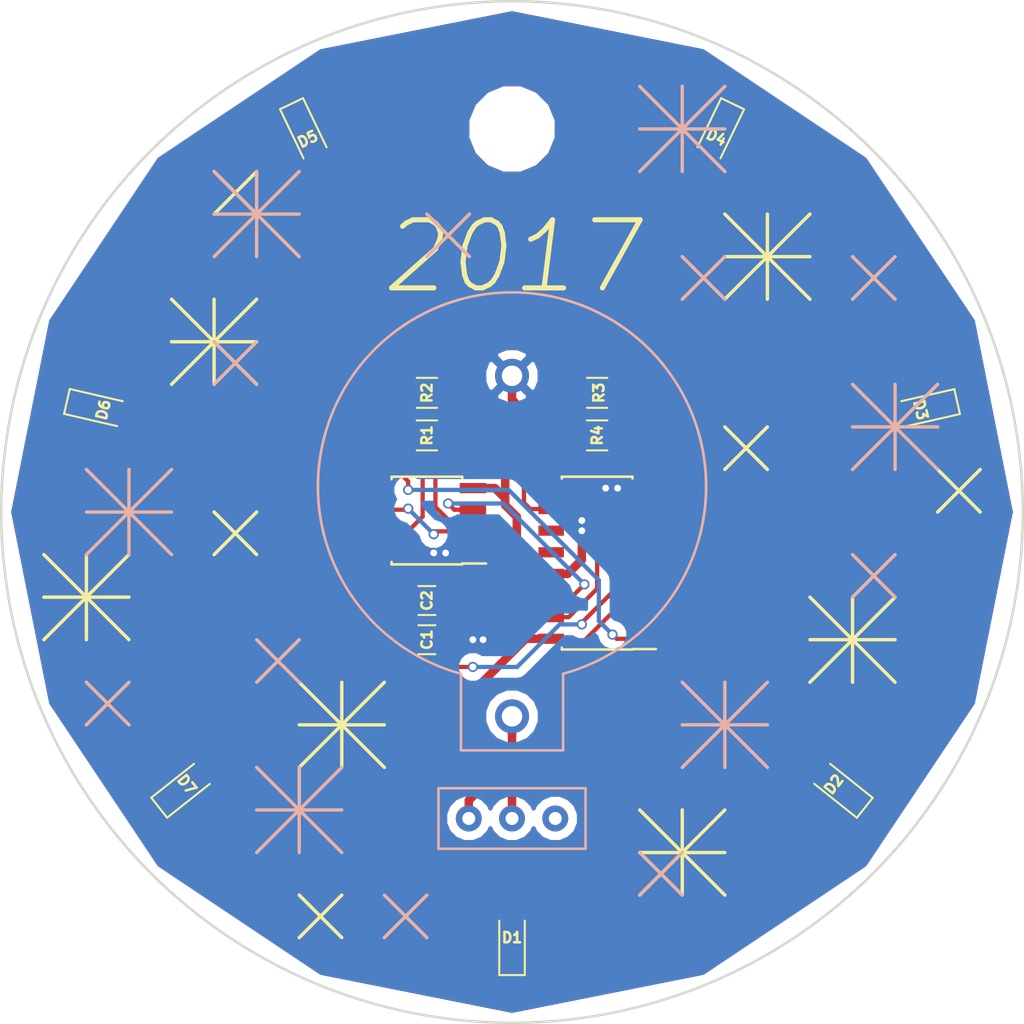
<source format=kicad_pcb>
(kicad_pcb (version 4) (host pcbnew 4.0.4-stable)

  (general
    (links 35)
    (no_connects 0)
    (area 54.924999 54.924999 115.075001 115.075001)
    (thickness 1.6)
    (drawings 85)
    (tracks 150)
    (zones 0)
    (modules 18)
    (nets 21)
  )

  (page A4)
  (layers
    (0 F.Cu signal)
    (31 B.Cu signal)
    (32 B.Adhes user)
    (33 F.Adhes user)
    (34 B.Paste user)
    (35 F.Paste user)
    (36 B.SilkS user)
    (37 F.SilkS user)
    (38 B.Mask user)
    (39 F.Mask user)
    (40 Dwgs.User user)
    (41 Cmts.User user)
    (42 Eco1.User user)
    (43 Eco2.User user)
    (44 Edge.Cuts user)
    (45 Margin user)
    (46 B.CrtYd user)
    (47 F.CrtYd user)
    (48 B.Fab user)
    (49 F.Fab user)
  )

  (setup
    (last_trace_width 0.25)
    (trace_clearance 0.2)
    (zone_clearance 0.508)
    (zone_45_only no)
    (trace_min 0.2)
    (segment_width 0.2)
    (edge_width 0.15)
    (via_size 0.6)
    (via_drill 0.4)
    (via_min_size 0.4)
    (via_min_drill 0.3)
    (uvia_size 0.3)
    (uvia_drill 0.1)
    (uvias_allowed no)
    (uvia_min_size 0.2)
    (uvia_min_drill 0.1)
    (pcb_text_width 0.3)
    (pcb_text_size 1.5 1.5)
    (mod_edge_width 0.15)
    (mod_text_size 1 1)
    (mod_text_width 0.15)
    (pad_size 1.524 1.524)
    (pad_drill 0.762)
    (pad_to_mask_clearance 0.2)
    (aux_axis_origin 0 0)
    (visible_elements FFFFFF7F)
    (pcbplotparams
      (layerselection 0x010f0_80000001)
      (usegerberextensions true)
      (excludeedgelayer true)
      (linewidth 0.100000)
      (plotframeref false)
      (viasonmask false)
      (mode 1)
      (useauxorigin false)
      (hpglpennumber 1)
      (hpglpenspeed 20)
      (hpglpendiameter 15)
      (hpglpenoverlay 2)
      (psnegative false)
      (psa4output false)
      (plotreference true)
      (plotvalue true)
      (plotinvisibletext false)
      (padsonsilk false)
      (subtractmaskfromsilk false)
      (outputformat 1)
      (mirror false)
      (drillshape 0)
      (scaleselection 1)
      (outputdirectory gerbers/))
  )

  (net 0 "")
  (net 1 "Net-(C1-Pad1)")
  (net 2 GND)
  (net 3 "Net-(C2-Pad1)")
  (net 4 "Net-(D1-Pad1)")
  (net 5 "Net-(D1-Pad2)")
  (net 6 "Net-(D2-Pad2)")
  (net 7 "Net-(D3-Pad2)")
  (net 8 "Net-(D4-Pad2)")
  (net 9 "Net-(D5-Pad2)")
  (net 10 "Net-(D6-Pad2)")
  (net 11 "Net-(R1-Pad2)")
  (net 12 "Net-(R3-Pad1)")
  (net 13 /SQUARE)
  (net 14 "Net-(U2-Pad9)")
  (net 15 "Net-(U2-Pad11)")
  (net 16 "Net-(U2-Pad12)")
  (net 17 "Net-(BT1-Pad1)")
  (net 18 /VCC)
  (net 19 "Net-(SW1-Pad3)")
  (net 20 "Net-(D7-Pad2)")

  (net_class Default "This is the default net class."
    (clearance 0.2)
    (trace_width 0.25)
    (via_dia 0.6)
    (via_drill 0.4)
    (uvia_dia 0.3)
    (uvia_drill 0.1)
    (add_net /SQUARE)
    (add_net "Net-(C1-Pad1)")
    (add_net "Net-(C2-Pad1)")
    (add_net "Net-(D1-Pad1)")
    (add_net "Net-(D1-Pad2)")
    (add_net "Net-(D2-Pad2)")
    (add_net "Net-(D3-Pad2)")
    (add_net "Net-(D4-Pad2)")
    (add_net "Net-(D5-Pad2)")
    (add_net "Net-(D6-Pad2)")
    (add_net "Net-(D7-Pad2)")
    (add_net "Net-(R1-Pad2)")
    (add_net "Net-(R3-Pad1)")
    (add_net "Net-(SW1-Pad3)")
    (add_net "Net-(U2-Pad11)")
    (add_net "Net-(U2-Pad12)")
    (add_net "Net-(U2-Pad9)")
  )

  (net_class power ""
    (clearance 0.4)
    (trace_width 0.5)
    (via_dia 0.6)
    (via_drill 0.4)
    (uvia_dia 0.3)
    (uvia_drill 0.1)
    (add_net /VCC)
    (add_net GND)
    (add_net "Net-(BT1-Pad1)")
  )

  (module ornament17:SPDT (layer B.Cu) (tedit 5A2DB4A2) (tstamp 5A2B2215)
    (at 85 103)
    (path /5A2B2B19)
    (fp_text reference SW1 (at 0 -2.794) (layer B.SilkS) hide
      (effects (font (size 1 1) (thickness 0.15)) (justify mirror))
    )
    (fp_text value SWITCH_INV (at 0 2.794) (layer B.Fab)
      (effects (font (size 1 1) (thickness 0.15)) (justify mirror))
    )
    (fp_line (start -4.318 0) (end -4.318 1.778) (layer B.SilkS) (width 0.15))
    (fp_line (start -4.318 1.778) (end 4.318 1.778) (layer B.SilkS) (width 0.15))
    (fp_line (start 4.318 1.778) (end 4.318 -1.778) (layer B.SilkS) (width 0.15))
    (fp_line (start 4.318 -1.778) (end -4.318 -1.778) (layer B.SilkS) (width 0.15))
    (fp_line (start -4.318 -1.778) (end -4.318 0) (layer B.SilkS) (width 0.15))
    (pad 2 thru_hole circle (at 0 0) (size 1.524 1.524) (drill 0.762) (layers *.Cu *.Mask)
      (net 17 "Net-(BT1-Pad1)"))
    (pad 3 thru_hole circle (at 2.54 0) (size 1.524 1.524) (drill 0.762) (layers *.Cu *.Mask)
      (net 19 "Net-(SW1-Pad3)"))
    (pad 1 thru_hole circle (at -2.54 0) (size 1.524 1.524) (drill 0.762) (layers *.Cu *.Mask)
      (net 18 /VCC))
  )

  (module Housings_SOIC:SOIC-16_3.9x9.9mm_Pitch1.27mm (layer F.Cu) (tedit 5A2D9CDF) (tstamp 5A2B1A2A)
    (at 90 88 180)
    (descr "16-Lead Plastic Small Outline (SL) - Narrow, 3.90 mm Body [SOIC] (see Microchip Packaging Specification 00000049BS.pdf)")
    (tags "SOIC 1.27")
    (path /5A2713A1)
    (attr smd)
    (fp_text reference U2 (at 0 -6 180) (layer F.SilkS) hide
      (effects (font (size 1 1) (thickness 0.15)))
    )
    (fp_text value my4017 (at 0 6 180) (layer F.Fab) hide
      (effects (font (size 1 1) (thickness 0.15)))
    )
    (fp_text user %R (at 0 0 180) (layer F.Fab) hide
      (effects (font (size 0.9 0.9) (thickness 0.135)))
    )
    (fp_line (start -0.95 -4.95) (end 1.95 -4.95) (layer F.Fab) (width 0.15))
    (fp_line (start 1.95 -4.95) (end 1.95 4.95) (layer F.Fab) (width 0.15))
    (fp_line (start 1.95 4.95) (end -1.95 4.95) (layer F.Fab) (width 0.15))
    (fp_line (start -1.95 4.95) (end -1.95 -3.95) (layer F.Fab) (width 0.15))
    (fp_line (start -1.95 -3.95) (end -0.95 -4.95) (layer F.Fab) (width 0.15))
    (fp_line (start -3.7 -5.25) (end -3.7 5.25) (layer F.CrtYd) (width 0.05))
    (fp_line (start 3.7 -5.25) (end 3.7 5.25) (layer F.CrtYd) (width 0.05))
    (fp_line (start -3.7 -5.25) (end 3.7 -5.25) (layer F.CrtYd) (width 0.05))
    (fp_line (start -3.7 5.25) (end 3.7 5.25) (layer F.CrtYd) (width 0.05))
    (fp_line (start -2.075 -5.075) (end -2.075 -5.05) (layer F.SilkS) (width 0.15))
    (fp_line (start 2.075 -5.075) (end 2.075 -4.97) (layer F.SilkS) (width 0.15))
    (fp_line (start 2.075 5.075) (end 2.075 4.97) (layer F.SilkS) (width 0.15))
    (fp_line (start -2.075 5.075) (end -2.075 4.97) (layer F.SilkS) (width 0.15))
    (fp_line (start -2.075 -5.075) (end 2.075 -5.075) (layer F.SilkS) (width 0.15))
    (fp_line (start -2.075 5.075) (end 2.075 5.075) (layer F.SilkS) (width 0.15))
    (fp_line (start -2.075 -5.05) (end -3.45 -5.05) (layer F.SilkS) (width 0.15))
    (pad 1 smd rect (at -2.7 -4.445 180) (size 1.5 0.6) (layers F.Cu F.Paste F.Mask)
      (net 10 "Net-(D6-Pad2)"))
    (pad 2 smd rect (at -2.7 -3.175 180) (size 1.5 0.6) (layers F.Cu F.Paste F.Mask)
      (net 6 "Net-(D2-Pad2)"))
    (pad 3 smd rect (at -2.7 -1.905 180) (size 1.5 0.6) (layers F.Cu F.Paste F.Mask)
      (net 5 "Net-(D1-Pad2)"))
    (pad 4 smd rect (at -2.7 -0.635 180) (size 1.5 0.6) (layers F.Cu F.Paste F.Mask)
      (net 7 "Net-(D3-Pad2)"))
    (pad 5 smd rect (at -2.7 0.635 180) (size 1.5 0.6) (layers F.Cu F.Paste F.Mask)
      (net 20 "Net-(D7-Pad2)"))
    (pad 6 smd rect (at -2.7 1.905 180) (size 1.5 0.6) (layers F.Cu F.Paste F.Mask)
      (net 12 "Net-(R3-Pad1)"))
    (pad 7 smd rect (at -2.7 3.175 180) (size 1.5 0.6) (layers F.Cu F.Paste F.Mask)
      (net 8 "Net-(D4-Pad2)"))
    (pad 8 smd rect (at -2.7 4.445 180) (size 1.5 0.6) (layers F.Cu F.Paste F.Mask)
      (net 2 GND))
    (pad 9 smd rect (at 2.7 4.445 180) (size 1.5 0.6) (layers F.Cu F.Paste F.Mask)
      (net 14 "Net-(U2-Pad9)"))
    (pad 10 smd rect (at 2.7 3.175 180) (size 1.5 0.6) (layers F.Cu F.Paste F.Mask)
      (net 9 "Net-(D5-Pad2)"))
    (pad 11 smd rect (at 2.7 1.905 180) (size 1.5 0.6) (layers F.Cu F.Paste F.Mask)
      (net 15 "Net-(U2-Pad11)"))
    (pad 12 smd rect (at 2.7 0.635 180) (size 1.5 0.6) (layers F.Cu F.Paste F.Mask)
      (net 16 "Net-(U2-Pad12)"))
    (pad 13 smd rect (at 2.7 -0.635 180) (size 1.5 0.6) (layers F.Cu F.Paste F.Mask)
      (net 2 GND))
    (pad 14 smd rect (at 2.7 -1.905 180) (size 1.5 0.6) (layers F.Cu F.Paste F.Mask)
      (net 13 /SQUARE))
    (pad 15 smd rect (at 2.7 -3.175 180) (size 1.5 0.6) (layers F.Cu F.Paste F.Mask)
      (net 12 "Net-(R3-Pad1)"))
    (pad 16 smd rect (at 2.7 -4.445 180) (size 1.5 0.6) (layers F.Cu F.Paste F.Mask)
      (net 18 /VCC))
    (model ${KISYS3DMOD}/Housings_SOIC.3dshapes/SOIC-16_3.9x9.9mm_Pitch1.27mm.wrl
      (at (xyz 0 0 0))
      (scale (xyz 1 1 1))
      (rotate (xyz 0 0 0))
    )
  )

  (module ornament17:20mm_battery_clip (layer B.Cu) (tedit 5A2DB4AA) (tstamp 5A2B2209)
    (at 85 97)
    (path /5A2B2959)
    (fp_text reference BT1 (at 0 -27) (layer B.SilkS) hide
      (effects (font (size 1 1) (thickness 0.15)) (justify mirror))
    )
    (fp_text value Battery (at 0 4) (layer B.Fab)
      (effects (font (size 1 1) (thickness 0.15)) (justify mirror))
    )
    (fp_arc (start 0 -13.5) (end 9 -20.5) (angle -90) (layer B.SilkS) (width 0.15))
    (fp_arc (start 0 -13.5) (end 11 -10.5) (angle -90) (layer B.SilkS) (width 0.15))
    (fp_arc (start 0 -13.5) (end -3 -24.5) (angle -90) (layer B.SilkS) (width 0.15))
    (fp_arc (start 0 -13.5) (end -11 -16.5) (angle -90) (layer B.SilkS) (width 0.15))
    (fp_arc (start 0 -13.5) (end 3 -2.5) (angle -90) (layer B.SilkS) (width 0.15))
    (fp_line (start -3 0) (end -3 -2.5) (layer B.SilkS) (width 0.15))
    (fp_line (start -3 0) (end -3 2) (layer B.SilkS) (width 0.15))
    (fp_line (start -3 2) (end 3 2) (layer B.SilkS) (width 0.15))
    (fp_line (start 3 2) (end 3 0) (layer B.SilkS) (width 0.15))
    (fp_line (start 3 0) (end 3 -2.5) (layer B.SilkS) (width 0.15))
    (pad 1 thru_hole circle (at 0 0) (size 2 2) (drill 1.2) (layers *.Cu *.Mask)
      (net 17 "Net-(BT1-Pad1)"))
    (pad 2 thru_hole circle (at 0 -20) (size 2 2) (drill 1.2) (layers *.Cu *.Mask)
      (net 2 GND))
  )

  (module Capacitors_SMD:C_0805_HandSoldering (layer F.Cu) (tedit 5A2EF4D9) (tstamp 5A2B19C8)
    (at 80 92.5)
    (descr "Capacitor SMD 0805, hand soldering")
    (tags "capacitor 0805")
    (path /5A2B1602)
    (attr smd)
    (fp_text reference C1 (at 0 0 90) (layer F.SilkS)
      (effects (font (size 0.6 0.6) (thickness 0.15)))
    )
    (fp_text value 10n (at 0 1.75) (layer F.Fab) hide
      (effects (font (size 1 1) (thickness 0.15)))
    )
    (fp_text user %R (at 0 -1.75) (layer F.Fab) hide
      (effects (font (size 1 1) (thickness 0.15)))
    )
    (fp_line (start -1 0.62) (end -1 -0.62) (layer F.Fab) (width 0.1))
    (fp_line (start 1 0.62) (end -1 0.62) (layer F.Fab) (width 0.1))
    (fp_line (start 1 -0.62) (end 1 0.62) (layer F.Fab) (width 0.1))
    (fp_line (start -1 -0.62) (end 1 -0.62) (layer F.Fab) (width 0.1))
    (fp_line (start 0.5 -0.85) (end -0.5 -0.85) (layer F.SilkS) (width 0.12))
    (fp_line (start -0.5 0.85) (end 0.5 0.85) (layer F.SilkS) (width 0.12))
    (fp_line (start -2.25 -0.88) (end 2.25 -0.88) (layer F.CrtYd) (width 0.05))
    (fp_line (start -2.25 -0.88) (end -2.25 0.87) (layer F.CrtYd) (width 0.05))
    (fp_line (start 2.25 0.87) (end 2.25 -0.88) (layer F.CrtYd) (width 0.05))
    (fp_line (start 2.25 0.87) (end -2.25 0.87) (layer F.CrtYd) (width 0.05))
    (pad 1 smd rect (at -1.25 0) (size 1.5 1.25) (layers F.Cu F.Paste F.Mask)
      (net 1 "Net-(C1-Pad1)"))
    (pad 2 smd rect (at 1.25 0) (size 1.5 1.25) (layers F.Cu F.Paste F.Mask)
      (net 2 GND))
    (model Capacitors_SMD.3dshapes/C_0805.wrl
      (at (xyz 0 0 0))
      (scale (xyz 1 1 1))
      (rotate (xyz 0 0 0))
    )
  )

  (module Capacitors_SMD:C_0805_HandSoldering (layer F.Cu) (tedit 5A2EF4D3) (tstamp 5A2B19CE)
    (at 80 90.2)
    (descr "Capacitor SMD 0805, hand soldering")
    (tags "capacitor 0805")
    (path /5A2B176A)
    (attr smd)
    (fp_text reference C2 (at 0 0 90) (layer F.SilkS)
      (effects (font (size 0.6 0.6) (thickness 0.15)))
    )
    (fp_text value 100n (at 0 1.75) (layer F.Fab) hide
      (effects (font (size 1 1) (thickness 0.15)))
    )
    (fp_text user %R (at 0 -1.75) (layer F.Fab) hide
      (effects (font (size 1 1) (thickness 0.15)))
    )
    (fp_line (start -1 0.62) (end -1 -0.62) (layer F.Fab) (width 0.1))
    (fp_line (start 1 0.62) (end -1 0.62) (layer F.Fab) (width 0.1))
    (fp_line (start 1 -0.62) (end 1 0.62) (layer F.Fab) (width 0.1))
    (fp_line (start -1 -0.62) (end 1 -0.62) (layer F.Fab) (width 0.1))
    (fp_line (start 0.5 -0.85) (end -0.5 -0.85) (layer F.SilkS) (width 0.12))
    (fp_line (start -0.5 0.85) (end 0.5 0.85) (layer F.SilkS) (width 0.12))
    (fp_line (start -2.25 -0.88) (end 2.25 -0.88) (layer F.CrtYd) (width 0.05))
    (fp_line (start -2.25 -0.88) (end -2.25 0.87) (layer F.CrtYd) (width 0.05))
    (fp_line (start 2.25 0.87) (end 2.25 -0.88) (layer F.CrtYd) (width 0.05))
    (fp_line (start 2.25 0.87) (end -2.25 0.87) (layer F.CrtYd) (width 0.05))
    (pad 1 smd rect (at -1.25 0) (size 1.5 1.25) (layers F.Cu F.Paste F.Mask)
      (net 3 "Net-(C2-Pad1)"))
    (pad 2 smd rect (at 1.25 0) (size 1.5 1.25) (layers F.Cu F.Paste F.Mask)
      (net 2 GND))
    (model Capacitors_SMD.3dshapes/C_0805.wrl
      (at (xyz 0 0 0))
      (scale (xyz 1 1 1))
      (rotate (xyz 0 0 0))
    )
  )

  (module LEDs:LED_0805_HandSoldering (layer F.Cu) (tedit 5A2EF5DF) (tstamp 5A2B19D4)
    (at 85 110 90)
    (descr "Resistor SMD 0805, hand soldering")
    (tags "resistor 0805")
    (path /5A2B1A39)
    (attr smd)
    (fp_text reference D1 (at 0 0 180) (layer F.SilkS)
      (effects (font (size 0.6 0.6) (thickness 0.15)))
    )
    (fp_text value LED (at 0 1.75 90) (layer F.Fab)
      (effects (font (size 1 1) (thickness 0.15)))
    )
    (fp_line (start -0.4 -0.4) (end -0.4 0.4) (layer F.Fab) (width 0.1))
    (fp_line (start -0.4 0) (end 0.2 -0.4) (layer F.Fab) (width 0.1))
    (fp_line (start 0.2 0.4) (end -0.4 0) (layer F.Fab) (width 0.1))
    (fp_line (start 0.2 -0.4) (end 0.2 0.4) (layer F.Fab) (width 0.1))
    (fp_line (start -1 0.62) (end -1 -0.62) (layer F.Fab) (width 0.1))
    (fp_line (start 1 0.62) (end -1 0.62) (layer F.Fab) (width 0.1))
    (fp_line (start 1 -0.62) (end 1 0.62) (layer F.Fab) (width 0.1))
    (fp_line (start -1 -0.62) (end 1 -0.62) (layer F.Fab) (width 0.1))
    (fp_line (start 1 0.75) (end -2.2 0.75) (layer F.SilkS) (width 0.12))
    (fp_line (start -2.2 -0.75) (end 1 -0.75) (layer F.SilkS) (width 0.12))
    (fp_line (start -2.35 -0.9) (end 2.35 -0.9) (layer F.CrtYd) (width 0.05))
    (fp_line (start -2.35 -0.9) (end -2.35 0.9) (layer F.CrtYd) (width 0.05))
    (fp_line (start 2.35 0.9) (end 2.35 -0.9) (layer F.CrtYd) (width 0.05))
    (fp_line (start 2.35 0.9) (end -2.35 0.9) (layer F.CrtYd) (width 0.05))
    (fp_line (start -2.2 -0.75) (end -2.2 0.75) (layer F.SilkS) (width 0.12))
    (pad 1 smd rect (at -1.35 0 90) (size 1.5 1.3) (layers F.Cu F.Paste F.Mask)
      (net 4 "Net-(D1-Pad1)"))
    (pad 2 smd rect (at 1.35 0 90) (size 1.5 1.3) (layers F.Cu F.Paste F.Mask)
      (net 5 "Net-(D1-Pad2)"))
    (model ${KISYS3DMOD}/LEDs.3dshapes/LED_0805.wrl
      (at (xyz 0 0 0))
      (scale (xyz 1 1 1))
      (rotate (xyz 0 0 0))
    )
  )

  (module LEDs:LED_0805_HandSoldering (layer F.Cu) (tedit 5A2EF5B5) (tstamp 5A2B19DA)
    (at 104 101 141.4)
    (descr "Resistor SMD 0805, hand soldering")
    (tags "resistor 0805")
    (path /5A2B1A80)
    (attr smd)
    (fp_text reference D2 (at 0.078152 -0.062388 411.4) (layer F.SilkS)
      (effects (font (size 0.6 0.6) (thickness 0.15)))
    )
    (fp_text value LED (at 0 1.75 141.4) (layer F.Fab)
      (effects (font (size 1 1) (thickness 0.15)))
    )
    (fp_line (start -0.4 -0.4) (end -0.4 0.4) (layer F.Fab) (width 0.1))
    (fp_line (start -0.4 0) (end 0.2 -0.4) (layer F.Fab) (width 0.1))
    (fp_line (start 0.2 0.4) (end -0.4 0) (layer F.Fab) (width 0.1))
    (fp_line (start 0.2 -0.4) (end 0.2 0.4) (layer F.Fab) (width 0.1))
    (fp_line (start -1 0.62) (end -1 -0.62) (layer F.Fab) (width 0.1))
    (fp_line (start 1 0.62) (end -1 0.62) (layer F.Fab) (width 0.1))
    (fp_line (start 1 -0.62) (end 1 0.62) (layer F.Fab) (width 0.1))
    (fp_line (start -1 -0.62) (end 1 -0.62) (layer F.Fab) (width 0.1))
    (fp_line (start 1 0.75) (end -2.2 0.75) (layer F.SilkS) (width 0.12))
    (fp_line (start -2.2 -0.75) (end 1 -0.75) (layer F.SilkS) (width 0.12))
    (fp_line (start -2.35 -0.9) (end 2.35 -0.9) (layer F.CrtYd) (width 0.05))
    (fp_line (start -2.35 -0.9) (end -2.35 0.9) (layer F.CrtYd) (width 0.05))
    (fp_line (start 2.35 0.9) (end 2.35 -0.9) (layer F.CrtYd) (width 0.05))
    (fp_line (start 2.35 0.9) (end -2.35 0.9) (layer F.CrtYd) (width 0.05))
    (fp_line (start -2.2 -0.75) (end -2.2 0.75) (layer F.SilkS) (width 0.12))
    (pad 1 smd rect (at -1.35 0 141.4) (size 1.5 1.3) (layers F.Cu F.Paste F.Mask)
      (net 4 "Net-(D1-Pad1)"))
    (pad 2 smd rect (at 1.35 0 141.4) (size 1.5 1.3) (layers F.Cu F.Paste F.Mask)
      (net 6 "Net-(D2-Pad2)"))
    (model ${KISYS3DMOD}/LEDs.3dshapes/LED_0805.wrl
      (at (xyz 0 0 0))
      (scale (xyz 1 1 1))
      (rotate (xyz 0 0 0))
    )
  )

  (module LEDs:LED_0805_HandSoldering (layer F.Cu) (tedit 5A2EF595) (tstamp 5A2B19E0)
    (at 109 79 192.8)
    (descr "Resistor SMD 0805, hand soldering")
    (tags "resistor 0805")
    (path /5A2B1ABB)
    (attr smd)
    (fp_text reference D3 (at 0 0 282.8) (layer F.SilkS)
      (effects (font (size 0.6 0.6) (thickness 0.15)))
    )
    (fp_text value LED (at 0 1.75 192.8) (layer F.Fab)
      (effects (font (size 1 1) (thickness 0.15)))
    )
    (fp_line (start -0.4 -0.4) (end -0.4 0.4) (layer F.Fab) (width 0.1))
    (fp_line (start -0.4 0) (end 0.2 -0.4) (layer F.Fab) (width 0.1))
    (fp_line (start 0.2 0.4) (end -0.4 0) (layer F.Fab) (width 0.1))
    (fp_line (start 0.2 -0.4) (end 0.2 0.4) (layer F.Fab) (width 0.1))
    (fp_line (start -1 0.62) (end -1 -0.62) (layer F.Fab) (width 0.1))
    (fp_line (start 1 0.62) (end -1 0.62) (layer F.Fab) (width 0.1))
    (fp_line (start 1 -0.62) (end 1 0.62) (layer F.Fab) (width 0.1))
    (fp_line (start -1 -0.62) (end 1 -0.62) (layer F.Fab) (width 0.1))
    (fp_line (start 1 0.75) (end -2.2 0.75) (layer F.SilkS) (width 0.12))
    (fp_line (start -2.2 -0.75) (end 1 -0.75) (layer F.SilkS) (width 0.12))
    (fp_line (start -2.35 -0.9) (end 2.35 -0.9) (layer F.CrtYd) (width 0.05))
    (fp_line (start -2.35 -0.9) (end -2.35 0.9) (layer F.CrtYd) (width 0.05))
    (fp_line (start 2.35 0.9) (end 2.35 -0.9) (layer F.CrtYd) (width 0.05))
    (fp_line (start 2.35 0.9) (end -2.35 0.9) (layer F.CrtYd) (width 0.05))
    (fp_line (start -2.2 -0.75) (end -2.2 0.75) (layer F.SilkS) (width 0.12))
    (pad 1 smd rect (at -1.35 0 192.8) (size 1.5 1.3) (layers F.Cu F.Paste F.Mask)
      (net 4 "Net-(D1-Pad1)"))
    (pad 2 smd rect (at 1.35 0 192.8) (size 1.5 1.3) (layers F.Cu F.Paste F.Mask)
      (net 7 "Net-(D3-Pad2)"))
    (model ${KISYS3DMOD}/LEDs.3dshapes/LED_0805.wrl
      (at (xyz 0 0 0))
      (scale (xyz 1 1 1))
      (rotate (xyz 0 0 0))
    )
  )

  (module LEDs:LED_0805_HandSoldering (layer F.Cu) (tedit 5A2EF57B) (tstamp 5A2B19E6)
    (at 97 63 244.2)
    (descr "Resistor SMD 0805, hand soldering")
    (tags "resistor 0805")
    (path /5A2B1AF5)
    (attr smd)
    (fp_text reference D4 (at 0 0 334.2) (layer F.SilkS)
      (effects (font (size 0.6 0.6) (thickness 0.15)))
    )
    (fp_text value LED (at 0 1.75 244.2) (layer F.Fab)
      (effects (font (size 1 1) (thickness 0.15)))
    )
    (fp_line (start -0.4 -0.4) (end -0.4 0.4) (layer F.Fab) (width 0.1))
    (fp_line (start -0.4 0) (end 0.2 -0.4) (layer F.Fab) (width 0.1))
    (fp_line (start 0.2 0.4) (end -0.4 0) (layer F.Fab) (width 0.1))
    (fp_line (start 0.2 -0.4) (end 0.2 0.4) (layer F.Fab) (width 0.1))
    (fp_line (start -1 0.62) (end -1 -0.62) (layer F.Fab) (width 0.1))
    (fp_line (start 1 0.62) (end -1 0.62) (layer F.Fab) (width 0.1))
    (fp_line (start 1 -0.62) (end 1 0.62) (layer F.Fab) (width 0.1))
    (fp_line (start -1 -0.62) (end 1 -0.62) (layer F.Fab) (width 0.1))
    (fp_line (start 1 0.75) (end -2.2 0.75) (layer F.SilkS) (width 0.12))
    (fp_line (start -2.2 -0.75) (end 1 -0.75) (layer F.SilkS) (width 0.12))
    (fp_line (start -2.35 -0.9) (end 2.35 -0.9) (layer F.CrtYd) (width 0.05))
    (fp_line (start -2.35 -0.9) (end -2.35 0.9) (layer F.CrtYd) (width 0.05))
    (fp_line (start 2.35 0.9) (end 2.35 -0.9) (layer F.CrtYd) (width 0.05))
    (fp_line (start 2.35 0.9) (end -2.35 0.9) (layer F.CrtYd) (width 0.05))
    (fp_line (start -2.2 -0.75) (end -2.2 0.75) (layer F.SilkS) (width 0.12))
    (pad 1 smd rect (at -1.35 0 244.2) (size 1.5 1.3) (layers F.Cu F.Paste F.Mask)
      (net 4 "Net-(D1-Pad1)"))
    (pad 2 smd rect (at 1.35 0 244.2) (size 1.5 1.3) (layers F.Cu F.Paste F.Mask)
      (net 8 "Net-(D4-Pad2)"))
    (model ${KISYS3DMOD}/LEDs.3dshapes/LED_0805.wrl
      (at (xyz 0 0 0))
      (scale (xyz 1 1 1))
      (rotate (xyz 0 0 0))
    )
  )

  (module LEDs:LED_0805_HandSoldering (layer F.Cu) (tedit 5A2EF62D) (tstamp 5A2B19EC)
    (at 73 63 295.6)
    (descr "Resistor SMD 0805, hand soldering")
    (tags "resistor 0805")
    (path /5A2B1B32)
    (attr smd)
    (fp_text reference D5 (at 0.090183 0.043209 385.6) (layer F.SilkS)
      (effects (font (size 0.6 0.6) (thickness 0.15)))
    )
    (fp_text value LED (at 0 1.75 295.6) (layer F.Fab)
      (effects (font (size 1 1) (thickness 0.15)))
    )
    (fp_line (start -0.4 -0.4) (end -0.4 0.4) (layer F.Fab) (width 0.1))
    (fp_line (start -0.4 0) (end 0.2 -0.4) (layer F.Fab) (width 0.1))
    (fp_line (start 0.2 0.4) (end -0.4 0) (layer F.Fab) (width 0.1))
    (fp_line (start 0.2 -0.4) (end 0.2 0.4) (layer F.Fab) (width 0.1))
    (fp_line (start -1 0.62) (end -1 -0.62) (layer F.Fab) (width 0.1))
    (fp_line (start 1 0.62) (end -1 0.62) (layer F.Fab) (width 0.1))
    (fp_line (start 1 -0.62) (end 1 0.62) (layer F.Fab) (width 0.1))
    (fp_line (start -1 -0.62) (end 1 -0.62) (layer F.Fab) (width 0.1))
    (fp_line (start 1 0.75) (end -2.2 0.75) (layer F.SilkS) (width 0.12))
    (fp_line (start -2.2 -0.75) (end 1 -0.75) (layer F.SilkS) (width 0.12))
    (fp_line (start -2.35 -0.9) (end 2.35 -0.9) (layer F.CrtYd) (width 0.05))
    (fp_line (start -2.35 -0.9) (end -2.35 0.9) (layer F.CrtYd) (width 0.05))
    (fp_line (start 2.35 0.9) (end 2.35 -0.9) (layer F.CrtYd) (width 0.05))
    (fp_line (start 2.35 0.9) (end -2.35 0.9) (layer F.CrtYd) (width 0.05))
    (fp_line (start -2.2 -0.75) (end -2.2 0.75) (layer F.SilkS) (width 0.12))
    (pad 1 smd rect (at -1.35 0 295.6) (size 1.5 1.3) (layers F.Cu F.Paste F.Mask)
      (net 4 "Net-(D1-Pad1)"))
    (pad 2 smd rect (at 1.35 0 295.6) (size 1.5 1.3) (layers F.Cu F.Paste F.Mask)
      (net 9 "Net-(D5-Pad2)"))
    (model ${KISYS3DMOD}/LEDs.3dshapes/LED_0805.wrl
      (at (xyz 0 0 0))
      (scale (xyz 1 1 1))
      (rotate (xyz 0 0 0))
    )
  )

  (module LEDs:LED_0805_HandSoldering (layer F.Cu) (tedit 5A2EF60B) (tstamp 5A2B19F2)
    (at 61 79 347)
    (descr "Resistor SMD 0805, hand soldering")
    (tags "resistor 0805")
    (path /5A2B1B6E)
    (attr smd)
    (fp_text reference D6 (at 0 0 437) (layer F.SilkS)
      (effects (font (size 0.6 0.6) (thickness 0.15)))
    )
    (fp_text value LED (at 0 1.75 347) (layer F.Fab)
      (effects (font (size 1 1) (thickness 0.15)))
    )
    (fp_line (start -0.4 -0.4) (end -0.4 0.4) (layer F.Fab) (width 0.1))
    (fp_line (start -0.4 0) (end 0.2 -0.4) (layer F.Fab) (width 0.1))
    (fp_line (start 0.2 0.4) (end -0.4 0) (layer F.Fab) (width 0.1))
    (fp_line (start 0.2 -0.4) (end 0.2 0.4) (layer F.Fab) (width 0.1))
    (fp_line (start -1 0.62) (end -1 -0.62) (layer F.Fab) (width 0.1))
    (fp_line (start 1 0.62) (end -1 0.62) (layer F.Fab) (width 0.1))
    (fp_line (start 1 -0.62) (end 1 0.62) (layer F.Fab) (width 0.1))
    (fp_line (start -1 -0.62) (end 1 -0.62) (layer F.Fab) (width 0.1))
    (fp_line (start 1 0.75) (end -2.2 0.75) (layer F.SilkS) (width 0.12))
    (fp_line (start -2.2 -0.75) (end 1 -0.75) (layer F.SilkS) (width 0.12))
    (fp_line (start -2.35 -0.9) (end 2.35 -0.9) (layer F.CrtYd) (width 0.05))
    (fp_line (start -2.35 -0.9) (end -2.35 0.9) (layer F.CrtYd) (width 0.05))
    (fp_line (start 2.35 0.9) (end 2.35 -0.9) (layer F.CrtYd) (width 0.05))
    (fp_line (start 2.35 0.9) (end -2.35 0.9) (layer F.CrtYd) (width 0.05))
    (fp_line (start -2.2 -0.75) (end -2.2 0.75) (layer F.SilkS) (width 0.12))
    (pad 1 smd rect (at -1.35 0 347) (size 1.5 1.3) (layers F.Cu F.Paste F.Mask)
      (net 4 "Net-(D1-Pad1)"))
    (pad 2 smd rect (at 1.35 0 347) (size 1.5 1.3) (layers F.Cu F.Paste F.Mask)
      (net 10 "Net-(D6-Pad2)"))
    (model ${KISYS3DMOD}/LEDs.3dshapes/LED_0805.wrl
      (at (xyz 0 0 0))
      (scale (xyz 1 1 1))
      (rotate (xyz 0 0 0))
    )
  )

  (module Resistors_SMD:R_0805_HandSoldering (layer F.Cu) (tedit 5A2EF504) (tstamp 5A2B19F8)
    (at 80 80.5)
    (descr "Resistor SMD 0805, hand soldering")
    (tags "resistor 0805")
    (path /5A2B171F)
    (attr smd)
    (fp_text reference R1 (at 0 0 90) (layer F.SilkS)
      (effects (font (size 0.6 0.6) (thickness 0.15)))
    )
    (fp_text value 470K (at 0 1.75) (layer F.Fab) hide
      (effects (font (size 1 1) (thickness 0.15)))
    )
    (fp_text user %R (at 0 0) (layer F.Fab)
      (effects (font (size 0.5 0.5) (thickness 0.075)))
    )
    (fp_line (start -1 0.62) (end -1 -0.62) (layer F.Fab) (width 0.1))
    (fp_line (start 1 0.62) (end -1 0.62) (layer F.Fab) (width 0.1))
    (fp_line (start 1 -0.62) (end 1 0.62) (layer F.Fab) (width 0.1))
    (fp_line (start -1 -0.62) (end 1 -0.62) (layer F.Fab) (width 0.1))
    (fp_line (start 0.6 0.88) (end -0.6 0.88) (layer F.SilkS) (width 0.12))
    (fp_line (start -0.6 -0.88) (end 0.6 -0.88) (layer F.SilkS) (width 0.12))
    (fp_line (start -2.35 -0.9) (end 2.35 -0.9) (layer F.CrtYd) (width 0.05))
    (fp_line (start -2.35 -0.9) (end -2.35 0.9) (layer F.CrtYd) (width 0.05))
    (fp_line (start 2.35 0.9) (end 2.35 -0.9) (layer F.CrtYd) (width 0.05))
    (fp_line (start 2.35 0.9) (end -2.35 0.9) (layer F.CrtYd) (width 0.05))
    (pad 1 smd rect (at -1.35 0) (size 1.5 1.3) (layers F.Cu F.Paste F.Mask)
      (net 3 "Net-(C2-Pad1)"))
    (pad 2 smd rect (at 1.35 0) (size 1.5 1.3) (layers F.Cu F.Paste F.Mask)
      (net 11 "Net-(R1-Pad2)"))
    (model ${KISYS3DMOD}/Resistors_SMD.3dshapes/R_0805.wrl
      (at (xyz 0 0 0))
      (scale (xyz 1 1 1))
      (rotate (xyz 0 0 0))
    )
  )

  (module Resistors_SMD:R_0805_HandSoldering (layer F.Cu) (tedit 5A2EF500) (tstamp 5A2B19FE)
    (at 80 78 180)
    (descr "Resistor SMD 0805, hand soldering")
    (tags "resistor 0805")
    (path /5A2B16B3)
    (attr smd)
    (fp_text reference R2 (at 0 0 270) (layer F.SilkS)
      (effects (font (size 0.6 0.6) (thickness 0.15)))
    )
    (fp_text value 470K (at 0 1.75 180) (layer F.Fab) hide
      (effects (font (size 1 1) (thickness 0.15)))
    )
    (fp_text user %R (at 0 0 180) (layer F.Fab)
      (effects (font (size 0.5 0.5) (thickness 0.075)))
    )
    (fp_line (start -1 0.62) (end -1 -0.62) (layer F.Fab) (width 0.1))
    (fp_line (start 1 0.62) (end -1 0.62) (layer F.Fab) (width 0.1))
    (fp_line (start 1 -0.62) (end 1 0.62) (layer F.Fab) (width 0.1))
    (fp_line (start -1 -0.62) (end 1 -0.62) (layer F.Fab) (width 0.1))
    (fp_line (start 0.6 0.88) (end -0.6 0.88) (layer F.SilkS) (width 0.12))
    (fp_line (start -0.6 -0.88) (end 0.6 -0.88) (layer F.SilkS) (width 0.12))
    (fp_line (start -2.35 -0.9) (end 2.35 -0.9) (layer F.CrtYd) (width 0.05))
    (fp_line (start -2.35 -0.9) (end -2.35 0.9) (layer F.CrtYd) (width 0.05))
    (fp_line (start 2.35 0.9) (end 2.35 -0.9) (layer F.CrtYd) (width 0.05))
    (fp_line (start 2.35 0.9) (end -2.35 0.9) (layer F.CrtYd) (width 0.05))
    (pad 1 smd rect (at -1.35 0 180) (size 1.5 1.3) (layers F.Cu F.Paste F.Mask)
      (net 18 /VCC))
    (pad 2 smd rect (at 1.35 0 180) (size 1.5 1.3) (layers F.Cu F.Paste F.Mask)
      (net 3 "Net-(C2-Pad1)"))
    (model ${KISYS3DMOD}/Resistors_SMD.3dshapes/R_0805.wrl
      (at (xyz 0 0 0))
      (scale (xyz 1 1 1))
      (rotate (xyz 0 0 0))
    )
  )

  (module Resistors_SMD:R_0805_HandSoldering (layer F.Cu) (tedit 5A2EF51F) (tstamp 5A2B1A04)
    (at 90 78 180)
    (descr "Resistor SMD 0805, hand soldering")
    (tags "resistor 0805")
    (path /5A2B1887)
    (attr smd)
    (fp_text reference R3 (at -0.1 0 270) (layer F.SilkS)
      (effects (font (size 0.6 0.6) (thickness 0.15)))
    )
    (fp_text value 4K7 (at 0 1.75 180) (layer F.Fab) hide
      (effects (font (size 1 1) (thickness 0.15)))
    )
    (fp_text user %R (at 0 0 180) (layer F.Fab)
      (effects (font (size 0.5 0.5) (thickness 0.075)))
    )
    (fp_line (start -1 0.62) (end -1 -0.62) (layer F.Fab) (width 0.1))
    (fp_line (start 1 0.62) (end -1 0.62) (layer F.Fab) (width 0.1))
    (fp_line (start 1 -0.62) (end 1 0.62) (layer F.Fab) (width 0.1))
    (fp_line (start -1 -0.62) (end 1 -0.62) (layer F.Fab) (width 0.1))
    (fp_line (start 0.6 0.88) (end -0.6 0.88) (layer F.SilkS) (width 0.12))
    (fp_line (start -0.6 -0.88) (end 0.6 -0.88) (layer F.SilkS) (width 0.12))
    (fp_line (start -2.35 -0.9) (end 2.35 -0.9) (layer F.CrtYd) (width 0.05))
    (fp_line (start -2.35 -0.9) (end -2.35 0.9) (layer F.CrtYd) (width 0.05))
    (fp_line (start 2.35 0.9) (end 2.35 -0.9) (layer F.CrtYd) (width 0.05))
    (fp_line (start 2.35 0.9) (end -2.35 0.9) (layer F.CrtYd) (width 0.05))
    (pad 1 smd rect (at -1.35 0 180) (size 1.5 1.3) (layers F.Cu F.Paste F.Mask)
      (net 12 "Net-(R3-Pad1)"))
    (pad 2 smd rect (at 1.35 0 180) (size 1.5 1.3) (layers F.Cu F.Paste F.Mask)
      (net 2 GND))
    (model ${KISYS3DMOD}/Resistors_SMD.3dshapes/R_0805.wrl
      (at (xyz 0 0 0))
      (scale (xyz 1 1 1))
      (rotate (xyz 0 0 0))
    )
  )

  (module Resistors_SMD:R_0805_HandSoldering (layer F.Cu) (tedit 5A2EF525) (tstamp 5A2B1A0A)
    (at 90 80.5)
    (descr "Resistor SMD 0805, hand soldering")
    (tags "resistor 0805")
    (path /5A2B1EE5)
    (attr smd)
    (fp_text reference R4 (at 0 0 90) (layer F.SilkS)
      (effects (font (size 0.6 0.6) (thickness 0.15)))
    )
    (fp_text value 470 (at 0 1.75) (layer F.Fab) hide
      (effects (font (size 1 1) (thickness 0.15)))
    )
    (fp_text user %R (at 0 0) (layer F.Fab)
      (effects (font (size 0.5 0.5) (thickness 0.075)))
    )
    (fp_line (start -1 0.62) (end -1 -0.62) (layer F.Fab) (width 0.1))
    (fp_line (start 1 0.62) (end -1 0.62) (layer F.Fab) (width 0.1))
    (fp_line (start 1 -0.62) (end 1 0.62) (layer F.Fab) (width 0.1))
    (fp_line (start -1 -0.62) (end 1 -0.62) (layer F.Fab) (width 0.1))
    (fp_line (start 0.6 0.88) (end -0.6 0.88) (layer F.SilkS) (width 0.12))
    (fp_line (start -0.6 -0.88) (end 0.6 -0.88) (layer F.SilkS) (width 0.12))
    (fp_line (start -2.35 -0.9) (end 2.35 -0.9) (layer F.CrtYd) (width 0.05))
    (fp_line (start -2.35 -0.9) (end -2.35 0.9) (layer F.CrtYd) (width 0.05))
    (fp_line (start 2.35 0.9) (end 2.35 -0.9) (layer F.CrtYd) (width 0.05))
    (fp_line (start 2.35 0.9) (end -2.35 0.9) (layer F.CrtYd) (width 0.05))
    (pad 1 smd rect (at -1.35 0) (size 1.5 1.3) (layers F.Cu F.Paste F.Mask)
      (net 2 GND))
    (pad 2 smd rect (at 1.35 0) (size 1.5 1.3) (layers F.Cu F.Paste F.Mask)
      (net 4 "Net-(D1-Pad1)"))
    (model ${KISYS3DMOD}/Resistors_SMD.3dshapes/R_0805.wrl
      (at (xyz 0 0 0))
      (scale (xyz 1 1 1))
      (rotate (xyz 0 0 0))
    )
  )

  (module Housings_SOIC:SOIC-8_3.9x4.9mm_Pitch1.27mm (layer F.Cu) (tedit 5A2DB4D8) (tstamp 5A2B1A16)
    (at 80 85.5 180)
    (descr "8-Lead Plastic Small Outline (SN) - Narrow, 3.90 mm Body [SOIC] (see Microchip Packaging Specification 00000049BS.pdf)")
    (tags "SOIC 1.27")
    (path /5A270F25)
    (attr smd)
    (fp_text reference U1 (at 0 -3.5 180) (layer F.SilkS) hide
      (effects (font (size 1 1) (thickness 0.15)))
    )
    (fp_text value 555 (at 0 3.5 180) (layer F.Fab) hide
      (effects (font (size 1 1) (thickness 0.15)))
    )
    (fp_text user %R (at 0 0 180) (layer F.Fab)
      (effects (font (size 1 1) (thickness 0.15)))
    )
    (fp_line (start -0.95 -2.45) (end 1.95 -2.45) (layer F.Fab) (width 0.1))
    (fp_line (start 1.95 -2.45) (end 1.95 2.45) (layer F.Fab) (width 0.1))
    (fp_line (start 1.95 2.45) (end -1.95 2.45) (layer F.Fab) (width 0.1))
    (fp_line (start -1.95 2.45) (end -1.95 -1.45) (layer F.Fab) (width 0.1))
    (fp_line (start -1.95 -1.45) (end -0.95 -2.45) (layer F.Fab) (width 0.1))
    (fp_line (start -3.73 -2.7) (end -3.73 2.7) (layer F.CrtYd) (width 0.05))
    (fp_line (start 3.73 -2.7) (end 3.73 2.7) (layer F.CrtYd) (width 0.05))
    (fp_line (start -3.73 -2.7) (end 3.73 -2.7) (layer F.CrtYd) (width 0.05))
    (fp_line (start -3.73 2.7) (end 3.73 2.7) (layer F.CrtYd) (width 0.05))
    (fp_line (start -2.075 -2.575) (end -2.075 -2.525) (layer F.SilkS) (width 0.15))
    (fp_line (start 2.075 -2.575) (end 2.075 -2.43) (layer F.SilkS) (width 0.15))
    (fp_line (start 2.075 2.575) (end 2.075 2.43) (layer F.SilkS) (width 0.15))
    (fp_line (start -2.075 2.575) (end -2.075 2.43) (layer F.SilkS) (width 0.15))
    (fp_line (start -2.075 -2.575) (end 2.075 -2.575) (layer F.SilkS) (width 0.15))
    (fp_line (start -2.075 2.575) (end 2.075 2.575) (layer F.SilkS) (width 0.15))
    (fp_line (start -2.075 -2.525) (end -3.475 -2.525) (layer F.SilkS) (width 0.15))
    (pad 1 smd rect (at -2.7 -1.905 180) (size 1.55 0.6) (layers F.Cu F.Paste F.Mask)
      (net 2 GND))
    (pad 2 smd rect (at -2.7 -0.635 180) (size 1.55 0.6) (layers F.Cu F.Paste F.Mask)
      (net 11 "Net-(R1-Pad2)"))
    (pad 3 smd rect (at -2.7 0.635 180) (size 1.55 0.6) (layers F.Cu F.Paste F.Mask)
      (net 13 /SQUARE))
    (pad 4 smd rect (at -2.7 1.905 180) (size 1.55 0.6) (layers F.Cu F.Paste F.Mask)
      (net 18 /VCC))
    (pad 5 smd rect (at 2.7 1.905 180) (size 1.55 0.6) (layers F.Cu F.Paste F.Mask)
      (net 1 "Net-(C1-Pad1)"))
    (pad 6 smd rect (at 2.7 0.635 180) (size 1.55 0.6) (layers F.Cu F.Paste F.Mask)
      (net 11 "Net-(R1-Pad2)"))
    (pad 7 smd rect (at 2.7 -0.635 180) (size 1.55 0.6) (layers F.Cu F.Paste F.Mask)
      (net 3 "Net-(C2-Pad1)"))
    (pad 8 smd rect (at 2.7 -1.905 180) (size 1.55 0.6) (layers F.Cu F.Paste F.Mask)
      (net 18 /VCC))
    (model ${KISYS3DMOD}/Housings_SOIC.3dshapes/SOIC-8_3.9x4.9mm_Pitch1.27mm.wrl
      (at (xyz 0 0 0))
      (scale (xyz 1 1 1))
      (rotate (xyz 0 0 0))
    )
  )

  (module LEDs:LED_0805_HandSoldering (layer F.Cu) (tedit 5A2EF5F3) (tstamp 5A2BA08E)
    (at 66 101 38.4)
    (descr "Resistor SMD 0805, hand soldering")
    (tags "resistor 0805")
    (path /5A2BA170)
    (attr smd)
    (fp_text reference D7 (at -0.078369 -0.062115 128.4) (layer F.SilkS)
      (effects (font (size 0.6 0.6) (thickness 0.15)))
    )
    (fp_text value LED (at 0 1.75 38.4) (layer F.Fab)
      (effects (font (size 1 1) (thickness 0.15)))
    )
    (fp_line (start -0.4 -0.4) (end -0.4 0.4) (layer F.Fab) (width 0.1))
    (fp_line (start -0.4 0) (end 0.2 -0.4) (layer F.Fab) (width 0.1))
    (fp_line (start 0.2 0.4) (end -0.4 0) (layer F.Fab) (width 0.1))
    (fp_line (start 0.2 -0.4) (end 0.2 0.4) (layer F.Fab) (width 0.1))
    (fp_line (start -1 0.62) (end -1 -0.62) (layer F.Fab) (width 0.1))
    (fp_line (start 1 0.62) (end -1 0.62) (layer F.Fab) (width 0.1))
    (fp_line (start 1 -0.62) (end 1 0.62) (layer F.Fab) (width 0.1))
    (fp_line (start -1 -0.62) (end 1 -0.62) (layer F.Fab) (width 0.1))
    (fp_line (start 1 0.75) (end -2.2 0.75) (layer F.SilkS) (width 0.12))
    (fp_line (start -2.2 -0.75) (end 1 -0.75) (layer F.SilkS) (width 0.12))
    (fp_line (start -2.35 -0.9) (end 2.35 -0.9) (layer F.CrtYd) (width 0.05))
    (fp_line (start -2.35 -0.9) (end -2.35 0.9) (layer F.CrtYd) (width 0.05))
    (fp_line (start 2.35 0.9) (end 2.35 -0.9) (layer F.CrtYd) (width 0.05))
    (fp_line (start 2.35 0.9) (end -2.35 0.9) (layer F.CrtYd) (width 0.05))
    (fp_line (start -2.2 -0.75) (end -2.2 0.75) (layer F.SilkS) (width 0.12))
    (pad 1 smd rect (at -1.35 0 38.4) (size 1.5 1.3) (layers F.Cu F.Paste F.Mask)
      (net 4 "Net-(D1-Pad1)"))
    (pad 2 smd rect (at 1.35 0 38.4) (size 1.5 1.3) (layers F.Cu F.Paste F.Mask)
      (net 20 "Net-(D7-Pad2)"))
    (model ${KISYS3DMOD}/LEDs.3dshapes/LED_0805.wrl
      (at (xyz 0 0 0))
      (scale (xyz 1 1 1))
      (rotate (xyz 0 0 0))
    )
  )

  (module Mounting_Holes:MountingHole_4mm (layer F.Cu) (tedit 5A2F0BDA) (tstamp 5A2F0BDD)
    (at 85 62.5)
    (descr "Mounting Hole 4mm, no annular")
    (tags "mounting hole 4mm no annular")
    (attr virtual)
    (fp_text reference REF** (at 0 -5) (layer F.SilkS) hide
      (effects (font (size 1 1) (thickness 0.15)))
    )
    (fp_text value MountingHole_4mm (at 0 5) (layer F.Fab) hide
      (effects (font (size 1 1) (thickness 0.15)))
    )
    (fp_text user %R (at 0.3 0) (layer F.Fab)
      (effects (font (size 1 1) (thickness 0.15)))
    )
    (fp_circle (center 0 0) (end 4 0) (layer Cmts.User) (width 0.15))
    (fp_circle (center 0 0) (end 4.25 0) (layer F.CrtYd) (width 0.05))
    (pad 1 np_thru_hole circle (at 0 0) (size 4 4) (drill 4) (layers *.Cu *.Mask))
  )

  (gr_line (start 97.5 80) (end 100 82.5) (angle 90) (layer F.SilkS) (width 0.2))
  (gr_line (start 97.5 82.5) (end 100 80) (angle 90) (layer F.SilkS) (width 0.2))
  (gr_line (start 105 72.5) (end 107.5 70) (angle 90) (layer B.SilkS) (width 0.2))
  (gr_line (start 105 70) (end 107.5 72.5) (angle 90) (layer B.SilkS) (width 0.2))
  (gr_line (start 62.5 95) (end 60 97.5) (angle 90) (layer B.SilkS) (width 0.2))
  (gr_line (start 60 95) (end 62.5 97.5) (angle 90) (layer B.SilkS) (width 0.2))
  (gr_line (start 95 105) (end 92.5 107.5) (angle 90) (layer B.SilkS) (width 0.2))
  (gr_line (start 92.5 105) (end 95 107.5) (angle 90) (layer B.SilkS) (width 0.2))
  (gr_line (start 82.5 67.5) (end 80 70) (angle 90) (layer B.SilkS) (width 0.2))
  (gr_line (start 80 67.5) (end 82.5 70) (angle 90) (layer B.SilkS) (width 0.2))
  (gr_line (start 72.5 92.5) (end 70 95) (angle 90) (layer B.SilkS) (width 0.2))
  (gr_line (start 70 92.5) (end 72.5 95) (angle 90) (layer B.SilkS) (width 0.2))
  (gr_line (start 67.5 77.5) (end 70 75) (angle 90) (layer B.SilkS) (width 0.2))
  (gr_line (start 67.5 75) (end 70 77.5) (angle 90) (layer B.SilkS) (width 0.2))
  (gr_line (start 107.5 87.5) (end 105 90) (angle 90) (layer B.SilkS) (width 0.2))
  (gr_line (start 105 87.5) (end 107.5 90) (angle 90) (layer B.SilkS) (width 0.2))
  (gr_line (start 80 107.5) (end 77.5 110) (angle 90) (layer B.SilkS) (width 0.2))
  (gr_line (start 77.5 107.5) (end 80 110) (angle 90) (layer B.SilkS) (width 0.2))
  (gr_line (start 95 70) (end 97.5 72.5) (angle 90) (layer B.SilkS) (width 0.2))
  (gr_line (start 97.5 70) (end 95 72.5) (angle 90) (layer B.SilkS) (width 0.2))
  (gr_line (start 92.5 62.5) (end 97.5 62.5) (angle 90) (layer B.SilkS) (width 0.2))
  (gr_line (start 95 60) (end 95 65) (angle 90) (layer B.SilkS) (width 0.2))
  (gr_line (start 95 62.5) (end 97.5 60) (angle 90) (layer B.SilkS) (width 0.2))
  (gr_line (start 92.5 65) (end 95 62.5) (angle 90) (layer B.SilkS) (width 0.2))
  (gr_line (start 92.5 60) (end 97.5 65) (angle 90) (layer B.SilkS) (width 0.2))
  (gr_line (start 62.5 82.5) (end 62.5 87.5) (angle 90) (layer B.SilkS) (width 0.2))
  (gr_line (start 60 85) (end 65 85) (angle 90) (layer B.SilkS) (width 0.2))
  (gr_line (start 60 82.5) (end 65 87.5) (angle 90) (layer B.SilkS) (width 0.2))
  (gr_line (start 65 82.5) (end 62.5 85) (angle 90) (layer B.SilkS) (width 0.2))
  (gr_line (start 60 87.5) (end 62.5 85) (angle 90) (layer B.SilkS) (width 0.2))
  (gr_line (start 95 97.5) (end 100 97.5) (angle 90) (layer B.SilkS) (width 0.2))
  (gr_line (start 97.5 95) (end 97.5 100) (angle 90) (layer B.SilkS) (width 0.2))
  (gr_line (start 95 100) (end 100 95) (angle 90) (layer B.SilkS) (width 0.2))
  (gr_line (start 95 95) (end 100 100) (angle 90) (layer B.SilkS) (width 0.2))
  (gr_line (start 67.5 67.5) (end 72.5 67.5) (angle 90) (layer B.SilkS) (width 0.2))
  (gr_line (start 70 65) (end 70 70) (angle 90) (layer B.SilkS) (width 0.2))
  (gr_line (start 67.5 70) (end 72.5 65) (angle 90) (layer B.SilkS) (width 0.2))
  (gr_line (start 67.5 65) (end 72.5 70) (angle 90) (layer B.SilkS) (width 0.2))
  (gr_line (start 107.5 77.5) (end 107.5 82.5) (angle 90) (layer B.SilkS) (width 0.2))
  (gr_line (start 110 80) (end 105 80) (angle 90) (layer B.SilkS) (width 0.2))
  (gr_line (start 105 77.5) (end 110 82.5) (angle 90) (layer B.SilkS) (width 0.2))
  (gr_line (start 107.5 80) (end 110 77.5) (angle 90) (layer B.SilkS) (width 0.2))
  (gr_line (start 105 82.5) (end 107.5 80) (angle 90) (layer B.SilkS) (width 0.2))
  (gr_line (start 72.5 102.5) (end 72.5 105) (angle 90) (layer B.SilkS) (width 0.2))
  (gr_line (start 72.5 100) (end 72.5 102.5) (angle 90) (layer B.SilkS) (width 0.2))
  (gr_line (start 72.5 102.5) (end 72.5 100) (angle 90) (layer B.SilkS) (width 0.2))
  (gr_line (start 70 102.5) (end 75 102.5) (angle 90) (layer B.SilkS) (width 0.2))
  (gr_line (start 70 100) (end 75 105) (angle 90) (layer B.SilkS) (width 0.2))
  (gr_line (start 72.5 102.5) (end 75 100) (angle 90) (layer B.SilkS) (width 0.2))
  (gr_line (start 70 105) (end 72.5 102.5) (angle 90) (layer B.SilkS) (width 0.2))
  (gr_line (start 110 82.5) (end 112.5 85) (angle 90) (layer F.SilkS) (width 0.2))
  (gr_line (start 110 85) (end 112.5 82.5) (angle 90) (layer F.SilkS) (width 0.2))
  (gr_line (start 72.5 107.5) (end 75 110) (angle 90) (layer F.SilkS) (width 0.2))
  (gr_line (start 72.5 110) (end 75 107.5) (angle 90) (layer F.SilkS) (width 0.2))
  (gr_line (start 70 65) (end 67.5 67.5) (angle 90) (layer F.SilkS) (width 0.2))
  (gr_line (start 67.5 65) (end 70 67.5) (angle 90) (layer F.SilkS) (width 0.2))
  (gr_line (start 67.5 87.5) (end 70 85) (angle 90) (layer F.SilkS) (width 0.2))
  (gr_line (start 67.5 85) (end 70 87.5) (angle 90) (layer F.SilkS) (width 0.2))
  (gr_text 2017 (at 85 70) (layer F.SilkS)
    (effects (font (size 4 4) (thickness 0.3) italic))
  )
  (gr_line (start 67.5 72.5) (end 67.5 77.5) (angle 90) (layer F.SilkS) (width 0.2))
  (gr_line (start 65 75) (end 70 75) (angle 90) (layer F.SilkS) (width 0.2))
  (gr_line (start 65 72.5) (end 70 77.5) (angle 90) (layer F.SilkS) (width 0.2))
  (gr_line (start 65 77.5) (end 70 72.5) (angle 90) (layer F.SilkS) (width 0.2))
  (gr_line (start 102.5 92.5) (end 107.5 92.5) (angle 90) (layer F.SilkS) (width 0.2))
  (gr_line (start 105 90) (end 105 95) (angle 90) (layer F.SilkS) (width 0.2))
  (gr_line (start 102.5 90) (end 107.5 95) (angle 90) (layer F.SilkS) (width 0.2))
  (gr_line (start 102.5 95) (end 107.5 90) (angle 90) (layer F.SilkS) (width 0.2))
  (gr_line (start 60 87.5) (end 60 92.5) (angle 90) (layer F.SilkS) (width 0.2))
  (gr_line (start 57.5 90) (end 62.5 90) (angle 90) (layer F.SilkS) (width 0.2))
  (gr_line (start 62.5 87.5) (end 57.5 92.5) (angle 90) (layer F.SilkS) (width 0.2))
  (gr_line (start 57.5 87.5) (end 62.5 92.5) (angle 90) (layer F.SilkS) (width 0.2))
  (gr_line (start 75 95) (end 75 100) (angle 90) (layer F.SilkS) (width 0.2))
  (gr_line (start 72.5 97.5) (end 77.5 97.5) (angle 90) (layer F.SilkS) (width 0.2))
  (gr_line (start 75 97.5) (end 72.5 100) (angle 90) (layer F.SilkS) (width 0.2))
  (gr_line (start 77.5 95) (end 75 97.5) (angle 90) (layer F.SilkS) (width 0.2))
  (gr_line (start 72.5 95) (end 77.5 100) (angle 90) (layer F.SilkS) (width 0.2))
  (gr_line (start 92.5 105) (end 97.5 105) (angle 90) (layer F.SilkS) (width 0.2))
  (gr_line (start 95 102.5) (end 95 107.5) (angle 90) (layer F.SilkS) (width 0.2))
  (gr_line (start 92.5 102.5) (end 97.5 107.5) (angle 90) (layer F.SilkS) (width 0.2))
  (gr_line (start 92.5 107.5) (end 97.5 102.5) (angle 90) (layer F.SilkS) (width 0.2))
  (gr_line (start 97.5 67.5) (end 102.5 72.5) (angle 90) (layer F.SilkS) (width 0.2))
  (gr_line (start 102.5 67.5) (end 97.5 72.5) (angle 90) (layer F.SilkS) (width 0.2))
  (gr_line (start 97.5 70) (end 102.5 70) (angle 90) (layer F.SilkS) (width 0.2))
  (gr_line (start 100 67.5) (end 100 72.5) (angle 90) (layer F.SilkS) (width 0.2))
  (gr_circle (center 85 85) (end 115 85) (layer Edge.Cuts) (width 0.15))

  (segment (start 77.3 83.595) (end 76.905 83.595) (width 0.25) (layer F.Cu) (net 1))
  (segment (start 76.905 83.595) (end 74.7 85.8) (width 0.25) (layer F.Cu) (net 1) (tstamp 5A2EF3DE))
  (segment (start 77.5 92) (end 78 92.5) (width 0.25) (layer F.Cu) (net 1) (tstamp 5A2EF3E8))
  (segment (start 77.5 91.1) (end 77.5 92) (width 0.25) (layer F.Cu) (net 1) (tstamp 5A2EF3E7))
  (segment (start 74.7 88.3) (end 77.5 91.1) (width 0.25) (layer F.Cu) (net 1) (tstamp 5A2EF3E5))
  (segment (start 74.7 85.8) (end 74.7 88.3) (width 0.25) (layer F.Cu) (net 1) (tstamp 5A2EF3E0))
  (segment (start 78 92.5) (end 78.75 92.5) (width 0.25) (layer F.Cu) (net 1) (tstamp 5A2EF3EA))
  (segment (start 77.3 83.595) (end 76.655 83.595) (width 0.25) (layer F.Cu) (net 1))
  (segment (start 92.655 83.6) (end 90.5 83.6) (width 0.5) (layer F.Cu) (net 2))
  (via (at 90.5 83.6) (size 0.6) (drill 0.4) (layers F.Cu B.Cu) (net 2))
  (segment (start 91.245 83.555) (end 92.7 83.555) (width 0.5) (layer F.Cu) (net 2))
  (via (at 91.2 83.6) (size 0.6) (drill 0.4) (layers F.Cu B.Cu) (net 2))
  (segment (start 91.245 83.555) (end 91.2 83.6) (width 0.5) (layer F.Cu) (net 2) (tstamp 5A2EF450))
  (segment (start 90.5 83.6) (end 91.2 83.6) (width 0.5) (layer B.Cu) (net 2))
  (segment (start 85 77) (end 85 78.4) (width 0.5) (layer F.Cu) (net 2))
  (segment (start 87.1 80.5) (end 88.65 80.5) (width 0.5) (layer F.Cu) (net 2) (tstamp 5A2EF3BD))
  (segment (start 85 78.4) (end 87.1 80.5) (width 0.5) (layer F.Cu) (net 2) (tstamp 5A2EF3BC))
  (via (at 89.1 86.1) (size 0.6) (drill 0.4) (layers F.Cu B.Cu) (net 2))
  (segment (start 87.3 88.635) (end 88.265 88.635) (width 0.5) (layer F.Cu) (net 2))
  (via (at 89.1 85.5) (size 0.6) (drill 0.4) (layers F.Cu B.Cu) (net 2))
  (segment (start 89.1 87.8) (end 89.1 86.1) (width 0.5) (layer F.Cu) (net 2) (tstamp 5A2EF271))
  (segment (start 89.1 86.1) (end 89.1 85.5) (width 0.5) (layer F.Cu) (net 2) (tstamp 5A2EF27A))
  (segment (start 88.265 88.635) (end 89.1 87.8) (width 0.5) (layer F.Cu) (net 2) (tstamp 5A2EF26D))
  (via (at 82.7 92.5) (size 0.6) (drill 0.4) (layers F.Cu B.Cu) (net 2))
  (segment (start 81.25 92.5) (end 82.7 92.5) (width 0.5) (layer F.Cu) (net 2))
  (segment (start 82.7 92.5) (end 83.3 92.5) (width 0.5) (layer F.Cu) (net 2) (tstamp 5A2EF156))
  (via (at 83.3 92.5) (size 0.6) (drill 0.4) (layers F.Cu B.Cu) (net 2))
  (via (at 81.1 87.405) (size 0.6) (drill 0.4) (layers F.Cu B.Cu) (net 2))
  (segment (start 81.1 87.405) (end 81.1 87.4) (width 0.5) (layer B.Cu) (net 2) (tstamp 5A2EF120))
  (segment (start 82.7 87.405) (end 81.1 87.405) (width 0.5) (layer F.Cu) (net 2))
  (segment (start 81.1 87.405) (end 80.405 87.405) (width 0.5) (layer F.Cu) (net 2) (tstamp 5A2EF11D))
  (via (at 80.4 87.4) (size 0.6) (drill 0.4) (layers F.Cu B.Cu) (net 2))
  (segment (start 80.405 87.405) (end 80.4 87.4) (width 0.5) (layer F.Cu) (net 2) (tstamp 5A2EF10F))
  (segment (start 81.25 90) (end 81.25 92.5) (width 0.5) (layer F.Cu) (net 2))
  (segment (start 88.65 78) (end 88.65 80.5) (width 0.5) (layer F.Cu) (net 2))
  (segment (start 77.3 86.135) (end 75.865 86.135) (width 0.25) (layer F.Cu) (net 3))
  (segment (start 77.7 90.2) (end 78.75 90.2) (width 0.25) (layer F.Cu) (net 3) (tstamp 5A2EF17E))
  (segment (start 75.4 87.9) (end 77.7 90.2) (width 0.25) (layer F.Cu) (net 3) (tstamp 5A2EF17B))
  (segment (start 75.4 86.6) (end 75.4 87.9) (width 0.25) (layer F.Cu) (net 3) (tstamp 5A2EF177))
  (segment (start 75.865 86.135) (end 75.4 86.6) (width 0.25) (layer F.Cu) (net 3) (tstamp 5A2EF174))
  (segment (start 77.3 86.135) (end 78.885 86.135) (width 0.25) (layer F.Cu) (net 3))
  (segment (start 78.65 81.4) (end 78.65 80.5) (width 0.25) (layer F.Cu) (net 3) (tstamp 5A2DB083))
  (segment (start 79.75 82.5) (end 78.65 81.4) (width 0.25) (layer F.Cu) (net 3) (tstamp 5A2DB082))
  (segment (start 79.75 85.27) (end 79.75 82.5) (width 0.25) (layer F.Cu) (net 3) (tstamp 5A2DB080))
  (segment (start 78.885 86.135) (end 79.75 85.27) (width 0.25) (layer F.Cu) (net 3) (tstamp 5A2DB07E))
  (segment (start 79.25 81.1) (end 78.65 80.5) (width 0.25) (layer F.Cu) (net 3) (tstamp 5A2DB018))
  (segment (start 77.3 86.135) (end 77.865 86.135) (width 0.25) (layer F.Cu) (net 3))
  (segment (start 78.65 78) (end 78.65 80.5) (width 0.25) (layer F.Cu) (net 3))
  (segment (start 92.7 89.905) (end 91.895 89.905) (width 0.25) (layer F.Cu) (net 5))
  (segment (start 89.2 104.4) (end 85 108.6) (width 0.25) (layer F.Cu) (net 5) (tstamp 5A2EF40A))
  (segment (start 89.2 102.1) (end 89.2 104.4) (width 0.25) (layer F.Cu) (net 5) (tstamp 5A2EF408))
  (segment (start 87 99.9) (end 89.2 102.1) (width 0.25) (layer F.Cu) (net 5) (tstamp 5A2EF402))
  (segment (start 87 98.8) (end 87 99.9) (width 0.25) (layer F.Cu) (net 5) (tstamp 5A2EF401))
  (segment (start 87 94.8) (end 87 98.8) (width 0.25) (layer F.Cu) (net 5) (tstamp 5A2EF3FD))
  (segment (start 91.895 89.905) (end 87 94.8) (width 0.25) (layer F.Cu) (net 5) (tstamp 5A2EF3FB))
  (segment (start 85 108.6) (end 85 108.65) (width 0.25) (layer F.Cu) (net 5) (tstamp 5A2EF40B))
  (segment (start 92.7 89.905) (end 92.195 89.905) (width 0.25) (layer F.Cu) (net 5))
  (segment (start 92.7 91.175) (end 93.962184 91.175) (width 0.25) (layer F.Cu) (net 6))
  (segment (start 93.962184 91.175) (end 102.944947 100.157763) (width 0.25) (layer F.Cu) (net 6) (tstamp 5A2DB33A))
  (segment (start 92.7 88.635) (end 98.347638 88.635) (width 0.25) (layer F.Cu) (net 7))
  (segment (start 98.347638 88.635) (end 107.683548 79.29909) (width 0.25) (layer F.Cu) (net 7) (tstamp 5A2DB316))
  (segment (start 92.7 84.825) (end 94.425 84.825) (width 0.25) (layer F.Cu) (net 8))
  (segment (start 96.412438 82.837562) (end 96.412438 64.21543) (width 0.25) (layer F.Cu) (net 8) (tstamp 5A2DB31F))
  (segment (start 94.425 84.825) (end 96.412438 82.837562) (width 0.25) (layer F.Cu) (net 8) (tstamp 5A2DB31C))
  (segment (start 87.3 84.825) (end 86.075 84.825) (width 0.25) (layer F.Cu) (net 9))
  (segment (start 83 73.634158) (end 73.583316 64.217474) (width 0.25) (layer F.Cu) (net 9) (tstamp 5A2DB32C))
  (segment (start 83 78.25) (end 83 73.634158) (width 0.25) (layer F.Cu) (net 9) (tstamp 5A2DB329))
  (segment (start 85.7 80.95) (end 83 78.25) (width 0.25) (layer F.Cu) (net 9) (tstamp 5A2DB326))
  (segment (start 85.7 84.45) (end 85.7 80.95) (width 0.25) (layer F.Cu) (net 9) (tstamp 5A2DB324))
  (segment (start 86.075 84.825) (end 85.7 84.45) (width 0.25) (layer F.Cu) (net 9) (tstamp 5A2DB323))
  (segment (start 62.3154 79.303684) (end 75.003684 79.303684) (width 0.25) (layer F.Cu) (net 10))
  (segment (start 90.1 91.4) (end 90.1 89) (width 0.25) (layer B.Cu) (net 10) (tstamp 5A2EF298))
  (segment (start 90.1 89) (end 84.8 83.7) (width 0.25) (layer B.Cu) (net 10) (tstamp 5A2EF29B))
  (segment (start 84.8 83.7) (end 78.9 83.7) (width 0.25) (layer B.Cu) (net 10) (tstamp 5A2EF2A0))
  (via (at 78.9 83.7) (size 0.6) (drill 0.4) (layers F.Cu B.Cu) (net 10))
  (segment (start 91.145 92.445) (end 92.7 92.445) (width 0.25) (layer F.Cu) (net 10))
  (via (at 90.9 92.2) (size 0.6) (drill 0.4) (layers F.Cu B.Cu) (net 10))
  (segment (start 91.145 92.445) (end 90.9 92.2) (width 0.25) (layer F.Cu) (net 10) (tstamp 5A2EF28B))
  (segment (start 90.9 92.2) (end 90.1 91.4) (width 0.25) (layer B.Cu) (net 10))
  (segment (start 78.9 83.2) (end 78.9 83.7) (width 0.25) (layer F.Cu) (net 10) (tstamp 5A2EF2C0))
  (segment (start 75.003684 79.303684) (end 78.9 83.2) (width 0.25) (layer F.Cu) (net 10) (tstamp 5A2EF2B8))
  (segment (start 78.9 84.8) (end 80.4 86.3) (width 0.25) (layer B.Cu) (net 11))
  (segment (start 80.565 86.135) (end 80.4 86.3) (width 0.25) (layer F.Cu) (net 11) (tstamp 5A2EF877))
  (via (at 80.4 86.3) (size 0.6) (drill 0.4) (layers F.Cu B.Cu) (net 11))
  (segment (start 82.7 86.135) (end 80.565 86.135) (width 0.25) (layer F.Cu) (net 11))
  (segment (start 78.835 84.865) (end 78.9 84.8) (width 0.25) (layer F.Cu) (net 11) (tstamp 5A2EF880))
  (via (at 78.9 84.8) (size 0.6) (drill 0.4) (layers F.Cu B.Cu) (net 11))
  (segment (start 78.835 84.865) (end 77.3 84.865) (width 0.25) (layer F.Cu) (net 11))
  (segment (start 82.7 86.135) (end 81.935 86.135) (width 0.25) (layer F.Cu) (net 11))
  (segment (start 81.935 86.135) (end 80.5 84.7) (width 0.25) (layer F.Cu) (net 11) (tstamp 5A2EF692))
  (segment (start 81.35 81.65) (end 81.35 80.5) (width 0.25) (layer F.Cu) (net 11) (tstamp 5A2EF69F))
  (segment (start 80.5 82.5) (end 81.35 81.65) (width 0.25) (layer F.Cu) (net 11) (tstamp 5A2EF69C))
  (segment (start 80.5 84.7) (end 80.5 82.5) (width 0.25) (layer F.Cu) (net 11) (tstamp 5A2EF697))
  (segment (start 92.7 86.095) (end 91.395 86.095) (width 0.25) (layer F.Cu) (net 12))
  (segment (start 90.1 79.25) (end 91.35 78) (width 0.25) (layer F.Cu) (net 12) (tstamp 5A2EF479))
  (segment (start 90.1 81.8) (end 90.1 79.25) (width 0.25) (layer F.Cu) (net 12) (tstamp 5A2EF475))
  (segment (start 89.1 82.8) (end 90.1 81.8) (width 0.25) (layer F.Cu) (net 12) (tstamp 5A2EF473))
  (segment (start 89.1 83.8) (end 89.1 82.8) (width 0.25) (layer F.Cu) (net 12) (tstamp 5A2EF471))
  (segment (start 91.395 86.095) (end 89.1 83.8) (width 0.25) (layer F.Cu) (net 12) (tstamp 5A2EF46E))
  (segment (start 91.35 78) (end 91.25 78) (width 0.25) (layer F.Cu) (net 12))
  (segment (start 87.3 91.175) (end 88.325 91.175) (width 0.25) (layer F.Cu) (net 12))
  (segment (start 90 87.19) (end 91.095 86.095) (width 0.25) (layer F.Cu) (net 12) (tstamp 5A2DAFF4))
  (segment (start 90 89.5) (end 90 87.19) (width 0.25) (layer F.Cu) (net 12) (tstamp 5A2DAFF2))
  (segment (start 88.325 91.175) (end 90 89.5) (width 0.25) (layer F.Cu) (net 12) (tstamp 5A2DAFEF))
  (segment (start 91.095 86.095) (end 92.7 86.095) (width 0.25) (layer F.Cu) (net 12) (tstamp 5A2DAFE2))
  (segment (start 84.5 84.5) (end 89.25 89.25) (width 0.25) (layer B.Cu) (net 13) (tstamp 5A2EF95E))
  (segment (start 81.25 84.5) (end 84.5 84.5) (width 0.25) (layer B.Cu) (net 13))
  (via (at 81.25 84.5) (size 0.6) (drill 0.4) (layers F.Cu B.Cu) (net 13))
  (segment (start 81.615 84.865) (end 81.25 84.5) (width 0.25) (layer F.Cu) (net 13) (tstamp 5A2EF952))
  (segment (start 81.615 84.865) (end 82.7 84.865) (width 0.25) (layer F.Cu) (net 13))
  (via (at 89.25 89.25) (size 0.6) (drill 0.4) (layers F.Cu B.Cu) (net 13))
  (segment (start 88.595 89.905) (end 89.25 89.25) (width 0.25) (layer F.Cu) (net 13) (tstamp 5A2EF93C))
  (segment (start 87.3 89.905) (end 88.595 89.905) (width 0.25) (layer F.Cu) (net 13))
  (segment (start 82.7 84.865) (end 83.365 84.865) (width 0.25) (layer F.Cu) (net 13))
  (segment (start 85 97) (end 85 103) (width 0.5) (layer F.Cu) (net 17) (status 10))
  (segment (start 82.46 103) (end 82.46 101.94) (width 0.5) (layer F.Cu) (net 18))
  (segment (start 83 95.25) (end 85.805 92.445) (width 0.5) (layer F.Cu) (net 18) (tstamp 5A2EF3A0))
  (segment (start 83 98) (end 83 95.25) (width 0.5) (layer F.Cu) (net 18) (tstamp 5A2EF39F))
  (segment (start 83.6 98.6) (end 83 98) (width 0.5) (layer F.Cu) (net 18) (tstamp 5A2EF39D))
  (segment (start 83.6 100.8) (end 83.6 98.6) (width 0.5) (layer F.Cu) (net 18) (tstamp 5A2EF39C))
  (segment (start 82.46 101.94) (end 83.6 100.8) (width 0.5) (layer F.Cu) (net 18) (tstamp 5A2EF399))
  (segment (start 84.6 84.2) (end 84.6 84.6) (width 0.5) (layer F.Cu) (net 18))
  (segment (start 85.28 85.28) (end 85.28 91.92) (width 0.5) (layer F.Cu) (net 18) (tstamp 5A2EF1E4))
  (segment (start 84.6 84.6) (end 85.28 85.28) (width 0.5) (layer F.Cu) (net 18) (tstamp 5A2EF1DE))
  (segment (start 82.7 83.595) (end 83.995 83.595) (width 0.5) (layer F.Cu) (net 18))
  (segment (start 83.995 83.595) (end 84.6 84.2) (width 0.5) (layer F.Cu) (net 18) (tstamp 5A2EF05D))
  (segment (start 84.6 81.25) (end 81.35 78) (width 0.5) (layer F.Cu) (net 18) (tstamp 5A2EF058))
  (segment (start 84.6 84.2) (end 84.6 81.25) (width 0.5) (layer F.Cu) (net 18) (tstamp 5A2EF060))
  (segment (start 77.3 87.405) (end 78.405 87.405) (width 0.5) (layer F.Cu) (net 18))
  (segment (start 78.405 87.405) (end 79.8 88.8) (width 0.5) (layer F.Cu) (net 18) (tstamp 5A2EEFF1))
  (segment (start 79.8 88.8) (end 82.16 88.8) (width 0.5) (layer F.Cu) (net 18) (tstamp 5A2EEFF2))
  (segment (start 82.16 88.8) (end 85.28 91.92) (width 0.5) (layer F.Cu) (net 18) (tstamp 5A2EEFF3))
  (segment (start 85.28 91.92) (end 85.805 92.445) (width 0.5) (layer F.Cu) (net 18) (tstamp 5A2EF04C))
  (segment (start 85.805 92.445) (end 87.3 92.445) (width 0.5) (layer F.Cu) (net 18) (tstamp 5A2EEF63))
  (segment (start 87.2475 92.4975) (end 87.3 92.445) (width 0.25) (layer F.Cu) (net 18) (tstamp 5A2DB1A9))
  (segment (start 81.35 78) (end 81.25 78) (width 0.25) (layer F.Cu) (net 18))
  (segment (start 81.35 78) (end 81.5 78) (width 0.25) (layer F.Cu) (net 18))
  (segment (start 67.057986 100.16145) (end 73.63855 100.16145) (width 0.25) (layer F.Cu) (net 20))
  (segment (start 87.8 91.6) (end 85.3 94.1) (width 0.25) (layer B.Cu) (net 20) (tstamp 5A2EF330))
  (segment (start 85.3 94.1) (end 82.7 94.1) (width 0.25) (layer B.Cu) (net 20) (tstamp 5A2EF339))
  (via (at 82.7 94.1) (size 0.6) (drill 0.4) (layers F.Cu B.Cu) (net 20))
  (segment (start 91.835 87.365) (end 92.7 87.365) (width 0.25) (layer F.Cu) (net 20))
  (via (at 89.1 91.6) (size 0.6) (drill 0.4) (layers F.Cu B.Cu) (net 20))
  (segment (start 89.1 91.5) (end 89.1 91.6) (width 0.25) (layer F.Cu) (net 20) (tstamp 5A2EF322))
  (segment (start 91 89.6) (end 89.1 91.5) (width 0.25) (layer F.Cu) (net 20) (tstamp 5A2EF31D))
  (segment (start 91 88.2) (end 91 89.6) (width 0.25) (layer F.Cu) (net 20) (tstamp 5A2EF31B))
  (segment (start 91.835 87.365) (end 91 88.2) (width 0.25) (layer F.Cu) (net 20) (tstamp 5A2EF318))
  (segment (start 89.1 91.6) (end 87.8 91.6) (width 0.25) (layer B.Cu) (net 20))
  (segment (start 79.7 94.1) (end 82.7 94.1) (width 0.25) (layer F.Cu) (net 20) (tstamp 5A2EF347))
  (segment (start 73.63855 100.16145) (end 79.7 94.1) (width 0.25) (layer F.Cu) (net 20) (tstamp 5A2EF342))

  (zone (net 4) (net_name "Net-(D1-Pad1)") (layer F.Cu) (tstamp 5A2B230F) (hatch edge 0.508)
    (connect_pads (clearance 0.508))
    (min_thickness 0.254)
    (fill yes (arc_segments 16) (thermal_gap 0.508) (thermal_bridge_width 0.508))
    (polygon
      (pts
        (xy 115 115) (xy 55 115) (xy 55 55) (xy 115 55)
      )
    )
    (filled_polygon
      (pts
        (xy 96.208798 57.939568) (xy 105.711158 64.288842) (xy 112.060432 73.791202) (xy 114.29 85) (xy 112.060432 96.208798)
        (xy 105.711158 105.711158) (xy 96.208798 112.060432) (xy 85 114.29) (xy 73.791202 112.060432) (xy 73.155621 111.63575)
        (xy 83.715 111.63575) (xy 83.715 112.226309) (xy 83.811673 112.459698) (xy 83.990301 112.638327) (xy 84.22369 112.735)
        (xy 84.71425 112.735) (xy 84.873 112.57625) (xy 84.873 111.477) (xy 85.127 111.477) (xy 85.127 112.57625)
        (xy 85.28575 112.735) (xy 85.77631 112.735) (xy 86.009699 112.638327) (xy 86.188327 112.459698) (xy 86.285 112.226309)
        (xy 86.285 111.63575) (xy 86.12625 111.477) (xy 85.127 111.477) (xy 84.873 111.477) (xy 83.87375 111.477)
        (xy 83.715 111.63575) (xy 73.155621 111.63575) (xy 64.288842 105.711158) (xy 62.425708 102.92278) (xy 64.034092 102.92278)
        (xy 64.181888 103.109253) (xy 64.338802 103.307229) (xy 64.559533 103.430086) (xy 64.810478 103.459121) (xy 65.053431 103.389913)
        (xy 65.516248 103.023089) (xy 65.542053 102.800071) (xy 64.921371 102.016965) (xy 64.059896 102.699762) (xy 64.034092 102.92278)
        (xy 62.425708 102.92278) (xy 61.707227 101.847497) (xy 63.305188 101.847497) (xy 63.374395 102.090451) (xy 63.531309 102.288426)
        (xy 63.679106 102.474899) (xy 63.902124 102.500703) (xy 64.763599 101.817907) (xy 64.142917 101.034801) (xy 63.919899 101.008997)
        (xy 63.457081 101.375821) (xy 63.334224 101.596552) (xy 63.305188 101.847497) (xy 61.707227 101.847497) (xy 57.939568 96.208798)
        (xy 55.71 85) (xy 56.875393 79.141172) (xy 58.160466 79.141172) (xy 58.20216 79.390326) (xy 58.336028 79.604559)
        (xy 58.541689 79.751255) (xy 59.117112 79.884102) (xy 59.216065 79.822269) (xy 59.554994 79.822269) (xy 59.673964 80.012661)
        (xy 60.249387 80.145508) (xy 60.498541 80.103814) (xy 60.712774 79.969947) (xy 60.798249 79.850116) (xy 60.797766 79.861915)
        (xy 60.884656 80.103784) (xy 61.058802 80.292792) (xy 61.292762 80.399157) (xy 62.754317 80.736584) (xy 62.993562 80.746376)
        (xy 63.235432 80.659486) (xy 63.42444 80.48534) (xy 63.530805 80.251381) (xy 63.574138 80.063684) (xy 74.688882 80.063684)
        (xy 77.272758 82.64756) (xy 76.525 82.64756) (xy 76.289683 82.691838) (xy 76.073559 82.83091) (xy 75.928569 83.04311)
        (xy 75.87756 83.295) (xy 75.87756 83.547638) (xy 74.162599 85.262599) (xy 73.997852 85.509161) (xy 73.94 85.8)
        (xy 73.94 88.3) (xy 73.997852 88.590839) (xy 74.162599 88.837401) (xy 76.74 91.414802) (xy 76.74 92)
        (xy 76.797852 92.290839) (xy 76.962599 92.537401) (xy 77.35256 92.927362) (xy 77.35256 93.125) (xy 77.396838 93.360317)
        (xy 77.53591 93.576441) (xy 77.74811 93.721431) (xy 78 93.77244) (xy 78.952758 93.77244) (xy 73.323748 99.40145)
        (xy 68.238764 99.40145) (xy 67.749405 98.784032) (xy 67.568538 98.627119) (xy 67.325303 98.544128) (xy 67.068943 98.562308)
        (xy 66.839854 98.678794) (xy 65.664314 99.610516) (xy 65.507401 99.791382) (xy 65.42441 100.034617) (xy 65.44259 100.290977)
        (xy 65.458027 100.321337) (xy 65.324495 100.247014) (xy 65.07355 100.217979) (xy 64.830597 100.287187) (xy 64.36778 100.654011)
        (xy 64.341975 100.877029) (xy 64.962657 101.660135) (xy 64.978331 101.647712) (xy 65.136103 101.84677) (xy 65.120429 101.859193)
        (xy 65.741111 102.642299) (xy 65.964129 102.668103) (xy 66.426947 102.301279) (xy 66.549804 102.080548) (xy 66.57884 101.829603)
        (xy 66.538516 101.688044) (xy 66.547434 101.695781) (xy 66.790669 101.778772) (xy 67.047029 101.760592) (xy 67.276118 101.644106)
        (xy 68.187882 100.92145) (xy 73.63855 100.92145) (xy 73.929389 100.863598) (xy 74.175951 100.698851) (xy 80.014802 94.86)
        (xy 82.137537 94.86) (xy 82.169673 94.892192) (xy 82.189618 94.900474) (xy 82.182367 94.911325) (xy 82.182367 94.911326)
        (xy 82.114999 95.25) (xy 82.115 95.250005) (xy 82.115 97.999995) (xy 82.114999 98) (xy 82.166981 98.261325)
        (xy 82.182367 98.338675) (xy 82.315233 98.537524) (xy 82.37421 98.62579) (xy 82.715 98.966579) (xy 82.715 100.433421)
        (xy 81.83421 101.31421) (xy 81.642367 101.601325) (xy 81.639123 101.617633) (xy 81.582564 101.901972) (xy 81.276371 102.20763)
        (xy 81.063243 102.7209) (xy 81.062758 103.276661) (xy 81.27499 103.790303) (xy 81.66763 104.183629) (xy 82.1809 104.396757)
        (xy 82.736661 104.397242) (xy 83.250303 104.18501) (xy 83.643629 103.79237) (xy 83.729949 103.584488) (xy 83.81499 103.790303)
        (xy 84.20763 104.183629) (xy 84.7209 104.396757) (xy 85.276661 104.397242) (xy 85.790303 104.18501) (xy 86.183629 103.79237)
        (xy 86.269949 103.584488) (xy 86.35499 103.790303) (xy 86.74763 104.183629) (xy 87.2609 104.396757) (xy 87.816661 104.397242)
        (xy 88.330303 104.18501) (xy 88.44 104.075504) (xy 88.44 104.085198) (xy 85.272638 107.25256) (xy 84.35 107.25256)
        (xy 84.114683 107.296838) (xy 83.898559 107.43591) (xy 83.753569 107.64811) (xy 83.70256 107.9) (xy 83.70256 109.4)
        (xy 83.746838 109.635317) (xy 83.88591 109.851441) (xy 84.09811 109.996431) (xy 84.13149 110.003191) (xy 83.990301 110.061673)
        (xy 83.811673 110.240302) (xy 83.715 110.473691) (xy 83.715 111.06425) (xy 83.87375 111.223) (xy 84.873 111.223)
        (xy 84.873 111.203) (xy 85.127 111.203) (xy 85.127 111.223) (xy 86.12625 111.223) (xy 86.285 111.06425)
        (xy 86.285 110.473691) (xy 86.188327 110.240302) (xy 86.009699 110.061673) (xy 85.873713 110.005346) (xy 85.885317 110.003162)
        (xy 86.101441 109.86409) (xy 86.246431 109.65189) (xy 86.29744 109.4) (xy 86.29744 108.377362) (xy 89.737401 104.937401)
        (xy 89.902148 104.690839) (xy 89.96 104.4) (xy 89.96 102.801657) (xy 104.451662 102.801657) (xy 104.476687 103.024764)
        (xy 104.938221 103.393202) (xy 105.180932 103.463257) (xy 105.431976 103.435098) (xy 105.653135 103.313012) (xy 105.810739 103.115585)
        (xy 105.959185 102.92963) (xy 105.93416 102.706522) (xy 105.075073 102.020723) (xy 104.451662 102.801657) (xy 89.96 102.801657)
        (xy 89.96 102.1) (xy 89.902148 101.809161) (xy 89.737401 101.562599) (xy 87.76 99.585198) (xy 87.76 95.114802)
        (xy 90.126354 92.748448) (xy 90.369673 92.992192) (xy 90.713201 93.134838) (xy 90.835897 93.134945) (xy 90.85416 93.147148)
        (xy 91.145 93.205) (xy 91.498437 93.205) (xy 91.69811 93.341431) (xy 91.95 93.39244) (xy 93.45 93.39244)
        (xy 93.685317 93.348162) (xy 93.901441 93.20909) (xy 94.046431 92.99689) (xy 94.09744 92.745) (xy 94.09744 92.385058)
        (xy 101.473489 99.761107) (xy 101.447297 99.793918) (xy 101.335092 100.005447) (xy 101.308944 100.261116) (xy 101.384327 100.506816)
        (xy 101.549361 100.70383) (xy 102.721642 101.639649) (xy 102.933171 101.751854) (xy 103.18884 101.778002) (xy 103.43454 101.702619)
        (xy 103.460648 101.680749) (xy 103.418268 101.827577) (xy 103.446428 102.078621) (xy 103.568514 102.29978) (xy 104.030048 102.668217)
        (xy 104.253156 102.643192) (xy 104.876567 101.862257) (xy 104.860937 101.84978) (xy 104.88294 101.822217) (xy 105.233539 101.822217)
        (xy 106.092625 102.508016) (xy 106.315732 102.482991) (xy 106.464179 102.297035) (xy 106.621783 102.099608) (xy 106.691838 101.856897)
        (xy 106.663678 101.605853) (xy 106.541592 101.384694) (xy 106.080058 101.016257) (xy 105.85695 101.041282) (xy 105.233539 101.822217)
        (xy 104.88294 101.822217) (xy 105.019402 101.651273) (xy 105.035033 101.663751) (xy 105.658444 100.882817) (xy 105.633419 100.65971)
        (xy 105.171885 100.291272) (xy 104.929174 100.221217) (xy 104.67813 100.249376) (xy 104.549268 100.320511) (xy 104.554802 100.310079)
        (xy 104.58095 100.05441) (xy 104.505567 99.80871) (xy 104.340533 99.611696) (xy 103.168252 98.675877) (xy 102.956723 98.563672)
        (xy 102.701054 98.537524) (xy 102.470306 98.60832) (xy 94.499585 90.637599) (xy 94.253023 90.472852) (xy 94.051323 90.432731)
        (xy 94.09744 90.205) (xy 94.09744 89.605) (xy 94.057926 89.395) (xy 98.347638 89.395) (xy 98.638477 89.337148)
        (xy 98.885039 89.172401) (xy 107.352673 80.704767) (xy 108.702356 80.398127) (xy 108.922016 80.302815) (xy 109.101958 80.119317)
        (xy 109.196332 79.880268) (xy 109.195528 79.846221) (xy 109.283838 79.970944) (xy 109.497603 80.105558) (xy 109.74661 80.148122)
        (xy 110.322493 80.017284) (xy 110.442127 79.827309) (xy 110.220745 78.852891) (xy 110.201242 78.857322) (xy 110.18745 78.796617)
        (xy 110.468433 78.796617) (xy 110.689815 79.771035) (xy 110.879791 79.890669) (xy 111.455674 79.759832) (xy 111.661845 79.613854)
        (xy 111.796461 79.40009) (xy 111.839024 79.151084) (xy 111.783057 78.904742) (xy 111.730341 78.672714) (xy 111.540366 78.55308)
        (xy 110.468433 78.796617) (xy 110.18745 78.796617) (xy 110.144968 78.609634) (xy 110.164471 78.605203) (xy 109.943089 77.630785)
        (xy 109.853728 77.574511) (xy 110.190777 77.574511) (xy 110.412159 78.548929) (xy 111.484092 78.305392) (xy 111.603726 78.115416)
        (xy 111.551011 77.883388) (xy 111.495044 77.637047) (xy 111.349066 77.430876) (xy 111.135301 77.296262) (xy 110.886294 77.253698)
        (xy 110.310411 77.384536) (xy 110.190777 77.574511) (xy 109.853728 77.574511) (xy 109.753113 77.511151) (xy 109.17723 77.641988)
        (xy 108.971059 77.787966) (xy 108.836443 78.00173) (xy 108.811643 78.146818) (xy 108.806942 78.135984) (xy 108.623444 77.956041)
        (xy 108.384396 77.861667) (xy 108.127464 77.867731) (xy 106.66474 78.200053) (xy 106.44508 78.295365) (xy 106.265138 78.478863)
        (xy 106.170764 78.717912) (xy 106.176828 78.974844) (xy 106.316819 79.591017) (xy 98.032836 87.875) (xy 94.054914 87.875)
        (xy 94.09744 87.665) (xy 94.09744 87.065) (xy 94.053162 86.829683) (xy 93.989322 86.730472) (xy 94.046431 86.64689)
        (xy 94.09744 86.395) (xy 94.09744 85.795) (xy 94.057926 85.585) (xy 94.425 85.585) (xy 94.715839 85.527148)
        (xy 94.962401 85.362401) (xy 96.949839 83.374963) (xy 97.114586 83.128401) (xy 97.172438 82.837562) (xy 97.172438 65.562786)
        (xy 97.254124 65.455355) (xy 97.906971 64.104877) (xy 97.969524 63.873745) (xy 97.938379 63.618636) (xy 97.810436 63.395743)
        (xy 97.783327 63.375131) (xy 97.935893 63.383927) (xy 98.17446 63.300849) (xy 98.363075 63.132799) (xy 98.620104 62.601108)
        (xy 98.546272 62.38909) (xy 97.646628 61.954185) (xy 97.637923 61.972191) (xy 97.409242 61.861643) (xy 97.417947 61.843636)
        (xy 97.17358 61.725504) (xy 97.757177 61.725504) (xy 98.65682 62.160409) (xy 98.868839 62.086576) (xy 99.125869 61.554885)
        (xy 99.14041 61.302685) (xy 99.057333 61.064117) (xy 98.889284 60.875503) (xy 98.661846 60.765555) (xy 98.447623 60.661996)
        (xy 98.235605 60.735828) (xy 97.757177 61.725504) (xy 97.17358 61.725504) (xy 96.518304 61.408731) (xy 96.306285 61.482564)
        (xy 96.049255 62.014255) (xy 96.034714 62.266455) (xy 96.117791 62.505023) (xy 96.215706 62.61492) (xy 96.204309 62.611836)
        (xy 95.9492 62.642981) (xy 95.726307 62.770924) (xy 95.570752 62.975505) (xy 94.917905 64.325983) (xy 94.855352 64.557115)
        (xy 94.886497 64.812224) (xy 95.01444 65.035117) (xy 95.219021 65.190672) (xy 95.652438 65.400194) (xy 95.652438 82.52276)
        (xy 94.110198 84.065) (xy 94.054914 84.065) (xy 94.09744 83.855) (xy 94.09744 83.255) (xy 94.053162 83.019683)
        (xy 93.91409 82.803559) (xy 93.70189 82.658569) (xy 93.45 82.60756) (xy 91.95 82.60756) (xy 91.714683 82.651838)
        (xy 91.686458 82.67) (xy 91.39845 82.67) (xy 91.386799 82.665162) (xy 91.014833 82.664838) (xy 90.893431 82.715)
        (xy 90.806822 82.715) (xy 90.686799 82.665162) (xy 90.314833 82.664838) (xy 90.306536 82.668266) (xy 90.637401 82.337401)
        (xy 90.802148 82.090839) (xy 90.86 81.8) (xy 90.86 81.785) (xy 91.06425 81.785) (xy 91.223 81.62625)
        (xy 91.223 80.627) (xy 91.477 80.627) (xy 91.477 81.62625) (xy 91.63575 81.785) (xy 92.226309 81.785)
        (xy 92.459698 81.688327) (xy 92.638327 81.509699) (xy 92.735 81.27631) (xy 92.735 80.78575) (xy 92.57625 80.627)
        (xy 91.477 80.627) (xy 91.223 80.627) (xy 91.203 80.627) (xy 91.203 80.373) (xy 91.223 80.373)
        (xy 91.223 80.353) (xy 91.477 80.353) (xy 91.477 80.373) (xy 92.57625 80.373) (xy 92.735 80.21425)
        (xy 92.735 79.72369) (xy 92.638327 79.490301) (xy 92.459698 79.311673) (xy 92.323712 79.255346) (xy 92.335317 79.253162)
        (xy 92.551441 79.11409) (xy 92.696431 78.90189) (xy 92.74744 78.65) (xy 92.74744 77.35) (xy 92.703162 77.114683)
        (xy 92.56409 76.898559) (xy 92.35189 76.753569) (xy 92.1 76.70256) (xy 90.6 76.70256) (xy 90.364683 76.746838)
        (xy 90.148559 76.88591) (xy 90.003569 77.09811) (xy 90.000919 77.111197) (xy 89.86409 76.898559) (xy 89.65189 76.753569)
        (xy 89.4 76.70256) (xy 87.9 76.70256) (xy 87.664683 76.746838) (xy 87.448559 76.88591) (xy 87.303569 77.09811)
        (xy 87.25256 77.35) (xy 87.25256 78.65) (xy 87.296838 78.885317) (xy 87.43591 79.101441) (xy 87.64811 79.246431)
        (xy 87.661197 79.249081) (xy 87.448559 79.38591) (xy 87.362882 79.511303) (xy 86.081845 78.230266) (xy 86.385278 77.927363)
        (xy 86.634716 77.326648) (xy 86.635284 76.676205) (xy 86.386894 76.075057) (xy 85.927363 75.614722) (xy 85.326648 75.365284)
        (xy 84.676205 75.364716) (xy 84.075057 75.613106) (xy 83.76 75.927613) (xy 83.76 73.634158) (xy 83.702148 73.343319)
        (xy 83.702148 73.343318) (xy 83.537401 73.096757) (xy 75.124667 64.684023) (xy 75.14029 64.582447) (xy 75.077454 64.333244)
        (xy 74.449133 63.021834) (xy 82.364543 63.021834) (xy 82.764853 63.990658) (xy 83.505443 64.732542) (xy 84.473567 65.134542)
        (xy 85.521834 65.135457) (xy 86.490658 64.735147) (xy 87.232542 63.994557) (xy 87.634542 63.026433) (xy 87.635457 61.978166)
        (xy 87.235147 61.009342) (xy 87.19391 60.968032) (xy 96.55502 60.968032) (xy 96.628852 61.18005) (xy 97.528496 61.614955)
        (xy 98.006924 60.62528) (xy 97.933091 60.413261) (xy 97.718868 60.309702) (xy 97.491431 60.199754) (xy 97.239231 60.185213)
        (xy 97.000664 60.268291) (xy 96.812049 60.436341) (xy 96.55502 60.968032) (xy 87.19391 60.968032) (xy 86.494557 60.267458)
        (xy 85.526433 59.865458) (xy 84.478166 59.864543) (xy 83.509342 60.264853) (xy 82.767458 61.005443) (xy 82.365458 61.973567)
        (xy 82.364543 63.021834) (xy 74.449133 63.021834) (xy 74.429326 62.980495) (xy 74.287717 62.78741) (xy 74.068913 62.652593)
        (xy 73.814897 62.613525) (xy 73.781871 62.621852) (xy 73.883931 62.508105) (xy 73.967841 62.269829) (xy 73.954179 62.01758)
        (xy 73.699007 61.484994) (xy 73.487248 61.410422) (xy 72.586092 61.842184) (xy 72.594734 61.860221) (xy 72.365668 61.96997)
        (xy 72.357026 61.951934) (xy 71.45587 62.383695) (xy 71.381298 62.595455) (xy 71.63647 63.12804) (xy 71.824497 63.296747)
        (xy 72.062772 63.380658) (xy 72.209748 63.372698) (xy 72.200227 63.379681) (xy 72.06541 63.598484) (xy 72.026342 63.852501)
        (xy 72.089178 64.101704) (xy 72.737306 65.454453) (xy 72.878915 65.647538) (xy 73.097719 65.782355) (xy 73.351735 65.821423)
        (xy 73.600938 65.758587) (xy 73.904287 65.613247) (xy 82.24 73.94896) (xy 82.24 76.730911) (xy 82.1 76.70256)
        (xy 80.6 76.70256) (xy 80.364683 76.746838) (xy 80.148559 76.88591) (xy 80.003569 77.09811) (xy 80.000919 77.111197)
        (xy 79.86409 76.898559) (xy 79.65189 76.753569) (xy 79.4 76.70256) (xy 77.9 76.70256) (xy 77.664683 76.746838)
        (xy 77.448559 76.88591) (xy 77.303569 77.09811) (xy 77.25256 77.35) (xy 77.25256 78.65) (xy 77.296838 78.885317)
        (xy 77.43591 79.101441) (xy 77.64811 79.246431) (xy 77.661197 79.249081) (xy 77.448559 79.38591) (xy 77.303569 79.59811)
        (xy 77.25256 79.85) (xy 77.25256 80.477758) (xy 75.541085 78.766283) (xy 75.294523 78.601536) (xy 75.003684 78.543684)
        (xy 63.76055 78.543684) (xy 63.746144 78.503584) (xy 63.571998 78.314576) (xy 63.338038 78.208211) (xy 61.876483 77.870784)
        (xy 61.637238 77.860992) (xy 61.395368 77.947882) (xy 61.20636 78.122028) (xy 61.192263 78.153035) (xy 61.16704 78.002306)
        (xy 61.033172 77.788073) (xy 60.827511 77.641377) (xy 60.252088 77.50853) (xy 60.061696 77.6275) (xy 59.836914 78.60114)
        (xy 59.856402 78.605639) (xy 59.799263 78.853129) (xy 59.779776 78.84863) (xy 59.554994 79.822269) (xy 59.216065 79.822269)
        (xy 59.307504 79.765132) (xy 59.532286 78.791492) (xy 58.46121 78.544215) (xy 58.270818 78.663185) (xy 58.217293 78.895028)
        (xy 58.160466 79.141172) (xy 56.875393 79.141172) (xy 57.081235 78.106333) (xy 58.399377 78.106333) (xy 58.518347 78.296725)
        (xy 59.589424 78.544002) (xy 59.814206 77.570363) (xy 59.695236 77.379971) (xy 59.119813 77.247124) (xy 58.870659 77.288818)
        (xy 58.656426 77.422685) (xy 58.509729 77.628346) (xy 58.452902 77.87449) (xy 58.399377 78.106333) (xy 57.081235 78.106333)
        (xy 57.939568 73.791202) (xy 64.288842 64.288842) (xy 68.769109 61.295223) (xy 70.865527 61.295223) (xy 70.879189 61.547472)
        (xy 71.134361 62.080058) (xy 71.34612 62.15463) (xy 72.247276 61.722868) (xy 71.772306 60.731529) (xy 71.560547 60.656956)
        (xy 71.345964 60.759767) (xy 71.118144 60.86892) (xy 70.949437 61.056947) (xy 70.865527 61.295223) (xy 68.769109 61.295223)
        (xy 69.776989 60.621779) (xy 72.001372 60.621779) (xy 72.476342 61.613118) (xy 73.377498 61.181357) (xy 73.45207 60.969597)
        (xy 73.196898 60.437012) (xy 73.008871 60.268305) (xy 72.770596 60.184394) (xy 72.518347 60.198055) (xy 72.290527 60.307209)
        (xy 72.075944 60.410019) (xy 72.001372 60.621779) (xy 69.776989 60.621779) (xy 73.791202 57.939568) (xy 85 55.71)
      )
    )
  )
  (zone (net 2) (net_name GND) (layer B.Cu) (tstamp 5A2B231F) (hatch edge 0.508)
    (connect_pads (clearance 0.508))
    (min_thickness 0.254)
    (fill yes (arc_segments 16) (thermal_gap 0.508) (thermal_bridge_width 0.508))
    (polygon
      (pts
        (xy 115 115) (xy 55 115) (xy 55 55) (xy 115 55)
      )
    )
    (filled_polygon
      (pts
        (xy 96.208798 57.939568) (xy 105.711158 64.288842) (xy 112.060432 73.791202) (xy 114.29 85) (xy 112.060432 96.208798)
        (xy 105.711158 105.711158) (xy 96.208798 112.060432) (xy 85 114.29) (xy 73.791202 112.060432) (xy 64.288842 105.711158)
        (xy 62.662164 103.276661) (xy 81.062758 103.276661) (xy 81.27499 103.790303) (xy 81.66763 104.183629) (xy 82.1809 104.396757)
        (xy 82.736661 104.397242) (xy 83.250303 104.18501) (xy 83.643629 103.79237) (xy 83.729949 103.584488) (xy 83.81499 103.790303)
        (xy 84.20763 104.183629) (xy 84.7209 104.396757) (xy 85.276661 104.397242) (xy 85.790303 104.18501) (xy 86.183629 103.79237)
        (xy 86.269949 103.584488) (xy 86.35499 103.790303) (xy 86.74763 104.183629) (xy 87.2609 104.396757) (xy 87.816661 104.397242)
        (xy 88.330303 104.18501) (xy 88.723629 103.79237) (xy 88.936757 103.2791) (xy 88.937242 102.723339) (xy 88.72501 102.209697)
        (xy 88.33237 101.816371) (xy 87.8191 101.603243) (xy 87.263339 101.602758) (xy 86.749697 101.81499) (xy 86.356371 102.20763)
        (xy 86.270051 102.415512) (xy 86.18501 102.209697) (xy 85.79237 101.816371) (xy 85.2791 101.603243) (xy 84.723339 101.602758)
        (xy 84.209697 101.81499) (xy 83.816371 102.20763) (xy 83.730051 102.415512) (xy 83.64501 102.209697) (xy 83.25237 101.816371)
        (xy 82.7391 101.603243) (xy 82.183339 101.602758) (xy 81.669697 101.81499) (xy 81.276371 102.20763) (xy 81.063243 102.7209)
        (xy 81.062758 103.276661) (xy 62.662164 103.276661) (xy 58.684586 97.323795) (xy 83.364716 97.323795) (xy 83.613106 97.924943)
        (xy 84.072637 98.385278) (xy 84.673352 98.634716) (xy 85.323795 98.635284) (xy 85.924943 98.386894) (xy 86.385278 97.927363)
        (xy 86.634716 97.326648) (xy 86.635284 96.676205) (xy 86.386894 96.075057) (xy 85.927363 95.614722) (xy 85.326648 95.365284)
        (xy 84.676205 95.364716) (xy 84.075057 95.613106) (xy 83.614722 96.072637) (xy 83.365284 96.673352) (xy 83.364716 97.323795)
        (xy 58.684586 97.323795) (xy 57.939568 96.208798) (xy 55.71 85) (xy 55.931754 83.885167) (xy 77.964838 83.885167)
        (xy 78.106883 84.228943) (xy 78.12771 84.249806) (xy 78.107808 84.269673) (xy 77.965162 84.613201) (xy 77.964838 84.985167)
        (xy 78.106883 85.328943) (xy 78.369673 85.592192) (xy 78.713201 85.734838) (xy 78.760077 85.734879) (xy 79.464878 86.43968)
        (xy 79.464838 86.485167) (xy 79.606883 86.828943) (xy 79.869673 87.092192) (xy 80.213201 87.234838) (xy 80.585167 87.235162)
        (xy 80.928943 87.093117) (xy 81.192192 86.830327) (xy 81.334838 86.486799) (xy 81.335162 86.114833) (xy 81.193117 85.771057)
        (xy 80.930327 85.507808) (xy 80.586799 85.365162) (xy 80.539923 85.365121) (xy 79.835122 84.66032) (xy 79.835162 84.614833)
        (xy 79.771186 84.46) (xy 80.315034 84.46) (xy 80.314838 84.685167) (xy 80.456883 85.028943) (xy 80.719673 85.292192)
        (xy 81.063201 85.434838) (xy 81.435167 85.435162) (xy 81.778943 85.293117) (xy 81.812118 85.26) (xy 84.185198 85.26)
        (xy 88.314878 89.38968) (xy 88.314838 89.435167) (xy 88.456883 89.778943) (xy 88.719673 90.042192) (xy 89.063201 90.184838)
        (xy 89.34 90.185079) (xy 89.34 90.687253) (xy 89.286799 90.665162) (xy 88.914833 90.664838) (xy 88.571057 90.806883)
        (xy 88.537882 90.84) (xy 87.8 90.84) (xy 87.509161 90.897852) (xy 87.262599 91.062599) (xy 84.985198 93.34)
        (xy 83.262463 93.34) (xy 83.230327 93.307808) (xy 82.886799 93.165162) (xy 82.514833 93.164838) (xy 82.171057 93.306883)
        (xy 81.907808 93.569673) (xy 81.765162 93.913201) (xy 81.764838 94.285167) (xy 81.906883 94.628943) (xy 82.169673 94.892192)
        (xy 82.513201 95.034838) (xy 82.885167 95.035162) (xy 83.228943 94.893117) (xy 83.262118 94.86) (xy 85.3 94.86)
        (xy 85.590839 94.802148) (xy 85.837401 94.637401) (xy 88.114802 92.36) (xy 88.537537 92.36) (xy 88.569673 92.392192)
        (xy 88.913201 92.534838) (xy 89.285167 92.535162) (xy 89.628943 92.393117) (xy 89.823799 92.198601) (xy 89.964878 92.33968)
        (xy 89.964838 92.385167) (xy 90.106883 92.728943) (xy 90.369673 92.992192) (xy 90.713201 93.134838) (xy 91.085167 93.135162)
        (xy 91.428943 92.993117) (xy 91.692192 92.730327) (xy 91.834838 92.386799) (xy 91.835162 92.014833) (xy 91.693117 91.671057)
        (xy 91.430327 91.407808) (xy 91.086799 91.265162) (xy 91.039923 91.265121) (xy 90.86 91.085198) (xy 90.86 89)
        (xy 90.802148 88.709161) (xy 90.637401 88.462599) (xy 85.337401 83.162599) (xy 85.090839 82.997852) (xy 84.8 82.94)
        (xy 79.462463 82.94) (xy 79.430327 82.907808) (xy 79.086799 82.765162) (xy 78.714833 82.764838) (xy 78.371057 82.906883)
        (xy 78.107808 83.169673) (xy 77.965162 83.513201) (xy 77.964838 83.885167) (xy 55.931754 83.885167) (xy 57.072045 78.152532)
        (xy 84.027073 78.152532) (xy 84.125736 78.419387) (xy 84.735461 78.645908) (xy 85.38546 78.621856) (xy 85.874264 78.419387)
        (xy 85.972927 78.152532) (xy 85 77.179605) (xy 84.027073 78.152532) (xy 57.072045 78.152532) (xy 57.353918 76.735461)
        (xy 83.354092 76.735461) (xy 83.378144 77.38546) (xy 83.580613 77.874264) (xy 83.847468 77.972927) (xy 84.820395 77)
        (xy 85.179605 77) (xy 86.152532 77.972927) (xy 86.419387 77.874264) (xy 86.645908 77.264539) (xy 86.621856 76.61454)
        (xy 86.419387 76.125736) (xy 86.152532 76.027073) (xy 85.179605 77) (xy 84.820395 77) (xy 83.847468 76.027073)
        (xy 83.580613 76.125736) (xy 83.354092 76.735461) (xy 57.353918 76.735461) (xy 57.53055 75.847468) (xy 84.027073 75.847468)
        (xy 85 76.820395) (xy 85.972927 75.847468) (xy 85.874264 75.580613) (xy 85.264539 75.354092) (xy 84.61454 75.378144)
        (xy 84.125736 75.580613) (xy 84.027073 75.847468) (xy 57.53055 75.847468) (xy 57.939568 73.791202) (xy 64.288842 64.288842)
        (xy 66.185053 63.021834) (xy 82.364543 63.021834) (xy 82.764853 63.990658) (xy 83.505443 64.732542) (xy 84.473567 65.134542)
        (xy 85.521834 65.135457) (xy 86.490658 64.735147) (xy 87.232542 63.994557) (xy 87.634542 63.026433) (xy 87.635457 61.978166)
        (xy 87.235147 61.009342) (xy 86.494557 60.267458) (xy 85.526433 59.865458) (xy 84.478166 59.864543) (xy 83.509342 60.264853)
        (xy 82.767458 61.005443) (xy 82.365458 61.973567) (xy 82.364543 63.021834) (xy 66.185053 63.021834) (xy 73.791202 57.939568)
        (xy 85 55.71)
      )
    )
  )
)

</source>
